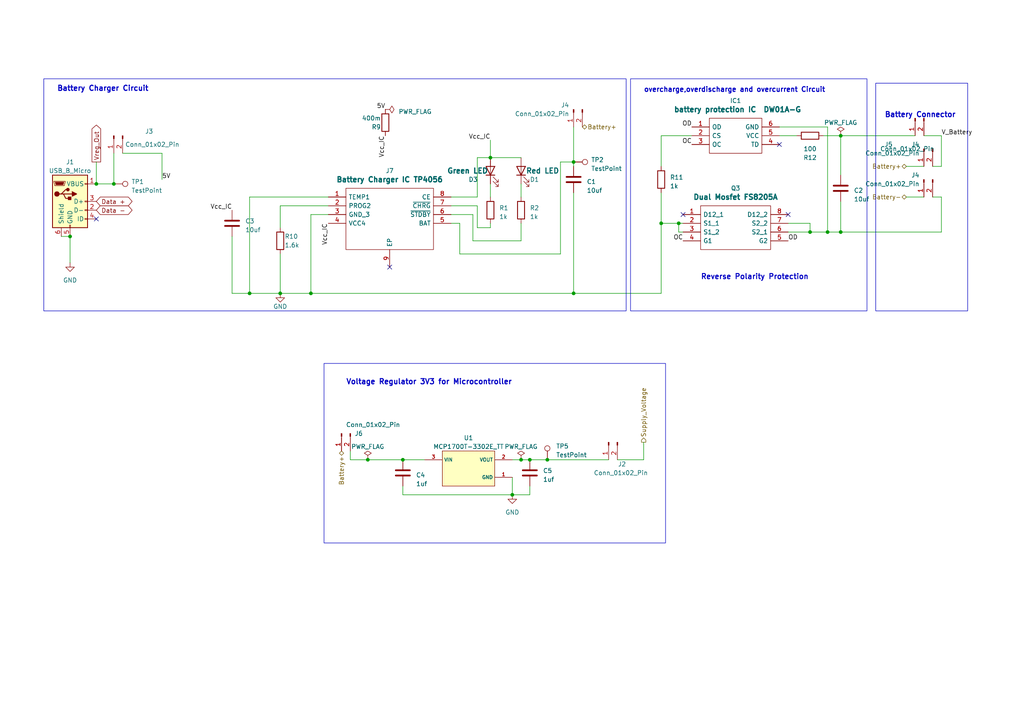
<source format=kicad_sch>
(kicad_sch (version 20230121) (generator eeschema)

  (uuid 1d3f5291-0447-4a85-affa-c96460b342cb)

  (paper "A4")

  (lib_symbols
    (symbol "Connector:Conn_01x02_Pin" (pin_names (offset 1.016) hide) (in_bom yes) (on_board yes)
      (property "Reference" "J" (at 0 2.54 0)
        (effects (font (size 1.27 1.27)))
      )
      (property "Value" "Conn_01x02_Pin" (at 0 -5.08 0)
        (effects (font (size 1.27 1.27)))
      )
      (property "Footprint" "" (at 0 0 0)
        (effects (font (size 1.27 1.27)) hide)
      )
      (property "Datasheet" "~" (at 0 0 0)
        (effects (font (size 1.27 1.27)) hide)
      )
      (property "ki_locked" "" (at 0 0 0)
        (effects (font (size 1.27 1.27)))
      )
      (property "ki_keywords" "connector" (at 0 0 0)
        (effects (font (size 1.27 1.27)) hide)
      )
      (property "ki_description" "Generic connector, single row, 01x02, script generated" (at 0 0 0)
        (effects (font (size 1.27 1.27)) hide)
      )
      (property "ki_fp_filters" "Connector*:*_1x??_*" (at 0 0 0)
        (effects (font (size 1.27 1.27)) hide)
      )
      (symbol "Conn_01x02_Pin_1_1"
        (polyline
          (pts
            (xy 1.27 -2.54)
            (xy 0.8636 -2.54)
          )
          (stroke (width 0.1524) (type default))
          (fill (type none))
        )
        (polyline
          (pts
            (xy 1.27 0)
            (xy 0.8636 0)
          )
          (stroke (width 0.1524) (type default))
          (fill (type none))
        )
        (rectangle (start 0.8636 -2.413) (end 0 -2.667)
          (stroke (width 0.1524) (type default))
          (fill (type outline))
        )
        (rectangle (start 0.8636 0.127) (end 0 -0.127)
          (stroke (width 0.1524) (type default))
          (fill (type outline))
        )
        (pin passive line (at 5.08 0 180) (length 3.81)
          (name "Pin_1" (effects (font (size 1.27 1.27))))
          (number "1" (effects (font (size 1.27 1.27))))
        )
        (pin passive line (at 5.08 -2.54 180) (length 3.81)
          (name "Pin_2" (effects (font (size 1.27 1.27))))
          (number "2" (effects (font (size 1.27 1.27))))
        )
      )
    )
    (symbol "Connector:TestPoint" (pin_numbers hide) (pin_names (offset 0.762) hide) (in_bom yes) (on_board yes)
      (property "Reference" "TP" (at 0 6.858 0)
        (effects (font (size 1.27 1.27)))
      )
      (property "Value" "TestPoint" (at 0 5.08 0)
        (effects (font (size 1.27 1.27)))
      )
      (property "Footprint" "" (at 5.08 0 0)
        (effects (font (size 1.27 1.27)) hide)
      )
      (property "Datasheet" "~" (at 5.08 0 0)
        (effects (font (size 1.27 1.27)) hide)
      )
      (property "ki_keywords" "test point tp" (at 0 0 0)
        (effects (font (size 1.27 1.27)) hide)
      )
      (property "ki_description" "test point" (at 0 0 0)
        (effects (font (size 1.27 1.27)) hide)
      )
      (property "ki_fp_filters" "Pin* Test*" (at 0 0 0)
        (effects (font (size 1.27 1.27)) hide)
      )
      (symbol "TestPoint_0_1"
        (circle (center 0 3.302) (radius 0.762)
          (stroke (width 0) (type default))
          (fill (type none))
        )
      )
      (symbol "TestPoint_1_1"
        (pin passive line (at 0 0 90) (length 2.54)
          (name "1" (effects (font (size 1.27 1.27))))
          (number "1" (effects (font (size 1.27 1.27))))
        )
      )
    )
    (symbol "Connector:USB_B_Micro" (pin_names (offset 1.016)) (in_bom yes) (on_board yes)
      (property "Reference" "J" (at -5.08 11.43 0)
        (effects (font (size 1.27 1.27)) (justify left))
      )
      (property "Value" "USB_B_Micro" (at -5.08 8.89 0)
        (effects (font (size 1.27 1.27)) (justify left))
      )
      (property "Footprint" "" (at 3.81 -1.27 0)
        (effects (font (size 1.27 1.27)) hide)
      )
      (property "Datasheet" "~" (at 3.81 -1.27 0)
        (effects (font (size 1.27 1.27)) hide)
      )
      (property "ki_keywords" "connector USB micro" (at 0 0 0)
        (effects (font (size 1.27 1.27)) hide)
      )
      (property "ki_description" "USB Micro Type B connector" (at 0 0 0)
        (effects (font (size 1.27 1.27)) hide)
      )
      (property "ki_fp_filters" "USB*" (at 0 0 0)
        (effects (font (size 1.27 1.27)) hide)
      )
      (symbol "USB_B_Micro_0_1"
        (rectangle (start -5.08 -7.62) (end 5.08 7.62)
          (stroke (width 0.254) (type default))
          (fill (type background))
        )
        (circle (center -3.81 2.159) (radius 0.635)
          (stroke (width 0.254) (type default))
          (fill (type outline))
        )
        (circle (center -0.635 3.429) (radius 0.381)
          (stroke (width 0.254) (type default))
          (fill (type outline))
        )
        (rectangle (start -0.127 -7.62) (end 0.127 -6.858)
          (stroke (width 0) (type default))
          (fill (type none))
        )
        (polyline
          (pts
            (xy -1.905 2.159)
            (xy 0.635 2.159)
          )
          (stroke (width 0.254) (type default))
          (fill (type none))
        )
        (polyline
          (pts
            (xy -3.175 2.159)
            (xy -2.54 2.159)
            (xy -1.27 3.429)
            (xy -0.635 3.429)
          )
          (stroke (width 0.254) (type default))
          (fill (type none))
        )
        (polyline
          (pts
            (xy -2.54 2.159)
            (xy -1.905 2.159)
            (xy -1.27 0.889)
            (xy 0 0.889)
          )
          (stroke (width 0.254) (type default))
          (fill (type none))
        )
        (polyline
          (pts
            (xy 0.635 2.794)
            (xy 0.635 1.524)
            (xy 1.905 2.159)
            (xy 0.635 2.794)
          )
          (stroke (width 0.254) (type default))
          (fill (type outline))
        )
        (polyline
          (pts
            (xy -4.318 5.588)
            (xy -1.778 5.588)
            (xy -2.032 4.826)
            (xy -4.064 4.826)
            (xy -4.318 5.588)
          )
          (stroke (width 0) (type default))
          (fill (type outline))
        )
        (polyline
          (pts
            (xy -4.699 5.842)
            (xy -4.699 5.588)
            (xy -4.445 4.826)
            (xy -4.445 4.572)
            (xy -1.651 4.572)
            (xy -1.651 4.826)
            (xy -1.397 5.588)
            (xy -1.397 5.842)
            (xy -4.699 5.842)
          )
          (stroke (width 0) (type default))
          (fill (type none))
        )
        (rectangle (start 0.254 1.27) (end -0.508 0.508)
          (stroke (width 0.254) (type default))
          (fill (type outline))
        )
        (rectangle (start 5.08 -5.207) (end 4.318 -4.953)
          (stroke (width 0) (type default))
          (fill (type none))
        )
        (rectangle (start 5.08 -2.667) (end 4.318 -2.413)
          (stroke (width 0) (type default))
          (fill (type none))
        )
        (rectangle (start 5.08 -0.127) (end 4.318 0.127)
          (stroke (width 0) (type default))
          (fill (type none))
        )
        (rectangle (start 5.08 4.953) (end 4.318 5.207)
          (stroke (width 0) (type default))
          (fill (type none))
        )
      )
      (symbol "USB_B_Micro_1_1"
        (pin power_out line (at 7.62 5.08 180) (length 2.54)
          (name "VBUS" (effects (font (size 1.27 1.27))))
          (number "1" (effects (font (size 1.27 1.27))))
        )
        (pin bidirectional line (at 7.62 -2.54 180) (length 2.54)
          (name "D-" (effects (font (size 1.27 1.27))))
          (number "2" (effects (font (size 1.27 1.27))))
        )
        (pin bidirectional line (at 7.62 0 180) (length 2.54)
          (name "D+" (effects (font (size 1.27 1.27))))
          (number "3" (effects (font (size 1.27 1.27))))
        )
        (pin passive line (at 7.62 -5.08 180) (length 2.54)
          (name "ID" (effects (font (size 1.27 1.27))))
          (number "4" (effects (font (size 1.27 1.27))))
        )
        (pin power_out line (at 0 -10.16 90) (length 2.54)
          (name "GND" (effects (font (size 1.27 1.27))))
          (number "5" (effects (font (size 1.27 1.27))))
        )
        (pin passive line (at -2.54 -10.16 90) (length 2.54)
          (name "Shield" (effects (font (size 1.27 1.27))))
          (number "6" (effects (font (size 1.27 1.27))))
        )
      )
    )
    (symbol "DW01A-G:DW01A-G" (pin_names (offset 0.762)) (in_bom yes) (on_board yes)
      (property "Reference" "IC" (at 21.59 7.62 0)
        (effects (font (size 1.27 1.27)) (justify left))
      )
      (property "Value" "DW01A-G" (at 21.59 5.08 0)
        (effects (font (size 1.27 1.27)) (justify left))
      )
      (property "Footprint" "SOT95P280X135-6N" (at 21.59 2.54 0)
        (effects (font (size 1.27 1.27)) (justify left) hide)
      )
      (property "Datasheet" "http://acoptex.com/uploads/DW01A.pdf" (at 21.59 0 0)
        (effects (font (size 1.27 1.27)) (justify left) hide)
      )
      (property "Description" "One Cell Lithium-ion/Polymer Battery Protection IC" (at 21.59 -2.54 0)
        (effects (font (size 1.27 1.27)) (justify left) hide)
      )
      (property "Height" "1.35" (at 21.59 -5.08 0)
        (effects (font (size 1.27 1.27)) (justify left) hide)
      )
      (property "Manufacturer_Name" "Fortune Semiconductor Corporation" (at 21.59 -7.62 0)
        (effects (font (size 1.27 1.27)) (justify left) hide)
      )
      (property "Manufacturer_Part_Number" "DW01A-G" (at 21.59 -10.16 0)
        (effects (font (size 1.27 1.27)) (justify left) hide)
      )
      (property "Mouser Part Number" "" (at 21.59 -12.7 0)
        (effects (font (size 1.27 1.27)) (justify left) hide)
      )
      (property "Mouser Price/Stock" "" (at 21.59 -15.24 0)
        (effects (font (size 1.27 1.27)) (justify left) hide)
      )
      (property "Arrow Part Number" "" (at 21.59 -17.78 0)
        (effects (font (size 1.27 1.27)) (justify left) hide)
      )
      (property "Arrow Price/Stock" "" (at 21.59 -20.32 0)
        (effects (font (size 1.27 1.27)) (justify left) hide)
      )
      (property "ki_description" "One Cell Lithium-ion/Polymer Battery Protection IC" (at 0 0 0)
        (effects (font (size 1.27 1.27)) hide)
      )
      (symbol "DW01A-G_0_0"
        (pin passive line (at 0 0 0) (length 5.08)
          (name "OD" (effects (font (size 1.27 1.27))))
          (number "1" (effects (font (size 1.27 1.27))))
        )
        (pin passive line (at 0 -2.54 0) (length 5.08)
          (name "CS" (effects (font (size 1.27 1.27))))
          (number "2" (effects (font (size 1.27 1.27))))
        )
        (pin passive line (at 0 -5.08 0) (length 5.08)
          (name "OC" (effects (font (size 1.27 1.27))))
          (number "3" (effects (font (size 1.27 1.27))))
        )
        (pin passive line (at 25.4 -5.08 180) (length 5.08)
          (name "TD" (effects (font (size 1.27 1.27))))
          (number "4" (effects (font (size 1.27 1.27))))
        )
        (pin passive line (at 25.4 -2.54 180) (length 5.08)
          (name "VCC" (effects (font (size 1.27 1.27))))
          (number "5" (effects (font (size 1.27 1.27))))
        )
        (pin passive line (at 25.4 0 180) (length 5.08)
          (name "GND" (effects (font (size 1.27 1.27))))
          (number "6" (effects (font (size 1.27 1.27))))
        )
      )
      (symbol "DW01A-G_0_1"
        (polyline
          (pts
            (xy 5.08 2.54)
            (xy 20.32 2.54)
            (xy 20.32 -7.62)
            (xy 5.08 -7.62)
            (xy 5.08 2.54)
          )
          (stroke (width 0.1524) (type solid))
          (fill (type none))
        )
      )
    )
    (symbol "Device:C" (pin_numbers hide) (pin_names (offset 0.254)) (in_bom yes) (on_board yes)
      (property "Reference" "C" (at 0.635 2.54 0)
        (effects (font (size 1.27 1.27)) (justify left))
      )
      (property "Value" "C" (at 0.635 -2.54 0)
        (effects (font (size 1.27 1.27)) (justify left))
      )
      (property "Footprint" "" (at 0.9652 -3.81 0)
        (effects (font (size 1.27 1.27)) hide)
      )
      (property "Datasheet" "~" (at 0 0 0)
        (effects (font (size 1.27 1.27)) hide)
      )
      (property "ki_keywords" "cap capacitor" (at 0 0 0)
        (effects (font (size 1.27 1.27)) hide)
      )
      (property "ki_description" "Unpolarized capacitor" (at 0 0 0)
        (effects (font (size 1.27 1.27)) hide)
      )
      (property "ki_fp_filters" "C_*" (at 0 0 0)
        (effects (font (size 1.27 1.27)) hide)
      )
      (symbol "C_0_1"
        (polyline
          (pts
            (xy -2.032 -0.762)
            (xy 2.032 -0.762)
          )
          (stroke (width 0.508) (type default))
          (fill (type none))
        )
        (polyline
          (pts
            (xy -2.032 0.762)
            (xy 2.032 0.762)
          )
          (stroke (width 0.508) (type default))
          (fill (type none))
        )
      )
      (symbol "C_1_1"
        (pin passive line (at 0 3.81 270) (length 2.794)
          (name "~" (effects (font (size 1.27 1.27))))
          (number "1" (effects (font (size 1.27 1.27))))
        )
        (pin passive line (at 0 -3.81 90) (length 2.794)
          (name "~" (effects (font (size 1.27 1.27))))
          (number "2" (effects (font (size 1.27 1.27))))
        )
      )
    )
    (symbol "Device:LED" (pin_numbers hide) (pin_names (offset 1.016) hide) (in_bom yes) (on_board yes)
      (property "Reference" "D" (at 0 2.54 0)
        (effects (font (size 1.27 1.27)))
      )
      (property "Value" "LED" (at 0 -2.54 0)
        (effects (font (size 1.27 1.27)))
      )
      (property "Footprint" "" (at 0 0 0)
        (effects (font (size 1.27 1.27)) hide)
      )
      (property "Datasheet" "~" (at 0 0 0)
        (effects (font (size 1.27 1.27)) hide)
      )
      (property "ki_keywords" "LED diode" (at 0 0 0)
        (effects (font (size 1.27 1.27)) hide)
      )
      (property "ki_description" "Light emitting diode" (at 0 0 0)
        (effects (font (size 1.27 1.27)) hide)
      )
      (property "ki_fp_filters" "LED* LED_SMD:* LED_THT:*" (at 0 0 0)
        (effects (font (size 1.27 1.27)) hide)
      )
      (symbol "LED_0_1"
        (polyline
          (pts
            (xy -1.27 -1.27)
            (xy -1.27 1.27)
          )
          (stroke (width 0.254) (type default))
          (fill (type none))
        )
        (polyline
          (pts
            (xy -1.27 0)
            (xy 1.27 0)
          )
          (stroke (width 0) (type default))
          (fill (type none))
        )
        (polyline
          (pts
            (xy 1.27 -1.27)
            (xy 1.27 1.27)
            (xy -1.27 0)
            (xy 1.27 -1.27)
          )
          (stroke (width 0.254) (type default))
          (fill (type none))
        )
        (polyline
          (pts
            (xy -3.048 -0.762)
            (xy -4.572 -2.286)
            (xy -3.81 -2.286)
            (xy -4.572 -2.286)
            (xy -4.572 -1.524)
          )
          (stroke (width 0) (type default))
          (fill (type none))
        )
        (polyline
          (pts
            (xy -1.778 -0.762)
            (xy -3.302 -2.286)
            (xy -2.54 -2.286)
            (xy -3.302 -2.286)
            (xy -3.302 -1.524)
          )
          (stroke (width 0) (type default))
          (fill (type none))
        )
      )
      (symbol "LED_1_1"
        (pin passive line (at -3.81 0 0) (length 2.54)
          (name "K" (effects (font (size 1.27 1.27))))
          (number "1" (effects (font (size 1.27 1.27))))
        )
        (pin passive line (at 3.81 0 180) (length 2.54)
          (name "A" (effects (font (size 1.27 1.27))))
          (number "2" (effects (font (size 1.27 1.27))))
        )
      )
    )
    (symbol "Device:R" (pin_numbers hide) (pin_names (offset 0)) (in_bom yes) (on_board yes)
      (property "Reference" "R" (at 2.032 0 90)
        (effects (font (size 1.27 1.27)))
      )
      (property "Value" "R" (at 0 0 90)
        (effects (font (size 1.27 1.27)))
      )
      (property "Footprint" "" (at -1.778 0 90)
        (effects (font (size 1.27 1.27)) hide)
      )
      (property "Datasheet" "~" (at 0 0 0)
        (effects (font (size 1.27 1.27)) hide)
      )
      (property "ki_keywords" "R res resistor" (at 0 0 0)
        (effects (font (size 1.27 1.27)) hide)
      )
      (property "ki_description" "Resistor" (at 0 0 0)
        (effects (font (size 1.27 1.27)) hide)
      )
      (property "ki_fp_filters" "R_*" (at 0 0 0)
        (effects (font (size 1.27 1.27)) hide)
      )
      (symbol "R_0_1"
        (rectangle (start -1.016 -2.54) (end 1.016 2.54)
          (stroke (width 0.254) (type default))
          (fill (type none))
        )
      )
      (symbol "R_1_1"
        (pin passive line (at 0 3.81 270) (length 1.27)
          (name "~" (effects (font (size 1.27 1.27))))
          (number "1" (effects (font (size 1.27 1.27))))
        )
        (pin passive line (at 0 -3.81 90) (length 1.27)
          (name "~" (effects (font (size 1.27 1.27))))
          (number "2" (effects (font (size 1.27 1.27))))
        )
      )
    )
    (symbol "FS8205A:FS8205A" (pin_names (offset 0.762)) (in_bom yes) (on_board yes)
      (property "Reference" "Q" (at 26.67 7.62 0)
        (effects (font (size 1.27 1.27)) (justify left))
      )
      (property "Value" "FS8205A" (at 26.67 5.08 0)
        (effects (font (size 1.27 1.27)) (justify left))
      )
      (property "Footprint" "SOP65P640X120-8N" (at 26.67 2.54 0)
        (effects (font (size 1.27 1.27)) (justify left) hide)
      )
      (property "Datasheet" "http://www.ic-fortune.com/upload/Download/FS8205A-DS-12_EN.pdf" (at 26.67 0 0)
        (effects (font (size 1.27 1.27)) (justify left) hide)
      )
      (property "Description" "Dual N-Channel Enahncement Mode Power MOSFET" (at 26.67 -2.54 0)
        (effects (font (size 1.27 1.27)) (justify left) hide)
      )
      (property "Height" "1.2" (at 26.67 -5.08 0)
        (effects (font (size 1.27 1.27)) (justify left) hide)
      )
      (property "Manufacturer_Name" "fortune" (at 26.67 -7.62 0)
        (effects (font (size 1.27 1.27)) (justify left) hide)
      )
      (property "Manufacturer_Part_Number" "FS8205A" (at 26.67 -10.16 0)
        (effects (font (size 1.27 1.27)) (justify left) hide)
      )
      (property "Mouser Part Number" "" (at 26.67 -12.7 0)
        (effects (font (size 1.27 1.27)) (justify left) hide)
      )
      (property "Mouser Price/Stock" "" (at 26.67 -15.24 0)
        (effects (font (size 1.27 1.27)) (justify left) hide)
      )
      (property "Arrow Part Number" "" (at 26.67 -17.78 0)
        (effects (font (size 1.27 1.27)) (justify left) hide)
      )
      (property "Arrow Price/Stock" "" (at 26.67 -20.32 0)
        (effects (font (size 1.27 1.27)) (justify left) hide)
      )
      (property "ki_description" "Dual N-Channel Enahncement Mode Power MOSFET" (at 0 0 0)
        (effects (font (size 1.27 1.27)) hide)
      )
      (symbol "FS8205A_0_0"
        (pin passive line (at 0 0 0) (length 5.08)
          (name "D12_1" (effects (font (size 1.27 1.27))))
          (number "1" (effects (font (size 1.27 1.27))))
        )
        (pin passive line (at 0 -2.54 0) (length 5.08)
          (name "S1_1" (effects (font (size 1.27 1.27))))
          (number "2" (effects (font (size 1.27 1.27))))
        )
        (pin passive line (at 0 -5.08 0) (length 5.08)
          (name "S1_2" (effects (font (size 1.27 1.27))))
          (number "3" (effects (font (size 1.27 1.27))))
        )
        (pin passive line (at 0 -7.62 0) (length 5.08)
          (name "G1" (effects (font (size 1.27 1.27))))
          (number "4" (effects (font (size 1.27 1.27))))
        )
        (pin passive line (at 30.48 -7.62 180) (length 5.08)
          (name "G2" (effects (font (size 1.27 1.27))))
          (number "5" (effects (font (size 1.27 1.27))))
        )
        (pin passive line (at 30.48 -5.08 180) (length 5.08)
          (name "S2_1" (effects (font (size 1.27 1.27))))
          (number "6" (effects (font (size 1.27 1.27))))
        )
        (pin passive line (at 30.48 -2.54 180) (length 5.08)
          (name "S2_2" (effects (font (size 1.27 1.27))))
          (number "7" (effects (font (size 1.27 1.27))))
        )
        (pin passive line (at 30.48 0 180) (length 5.08)
          (name "D12_2" (effects (font (size 1.27 1.27))))
          (number "8" (effects (font (size 1.27 1.27))))
        )
      )
      (symbol "FS8205A_0_1"
        (polyline
          (pts
            (xy 5.08 2.54)
            (xy 25.4 2.54)
            (xy 25.4 -10.16)
            (xy 5.08 -10.16)
            (xy 5.08 2.54)
          )
          (stroke (width 0.1524) (type solid))
          (fill (type none))
        )
      )
    )
    (symbol "MCP1700T-3302E_TT:MCP1700T-3302E_TT" (in_bom yes) (on_board yes)
      (property "Reference" "U" (at 0 1.27 0)
        (effects (font (size 1.27 1.27)))
      )
      (property "Value" "MCP1700T-3302E_TT" (at 0 -2.54 0)
        (effects (font (size 1.27 1.27)))
      )
      (property "Footprint" "footprint:SOT-23-3_L2.9-W1.6-P1.90-LS2.8-BR" (at 0 -10.16 0)
        (effects (font (size 1.27 1.27) italic) hide)
      )
      (property "Datasheet" "https://item.szlcsc.com/14454.html" (at -2.286 0.127 0)
        (effects (font (size 1.27 1.27)) (justify left) hide)
      )
      (property "LCSC" "C39051" (at 0 0 0)
        (effects (font (size 1.27 1.27)) hide)
      )
      (property "ki_keywords" "C39051" (at 0 0 0)
        (effects (font (size 1.27 1.27)) hide)
      )
      (symbol "MCP1700T-3302E_TT_0_1"
        (rectangle (start -7.62 5.08) (end 7.62 -5.08)
          (stroke (width 0) (type default))
          (fill (type background))
        )
        (pin power_in line (at 12.7 -2.54 180) (length 5.08)
          (name "GND" (effects (font (size 1 1))))
          (number "1" (effects (font (size 1 1))))
        )
        (pin power_in line (at 12.7 2.54 180) (length 5.08)
          (name "VOUT" (effects (font (size 1 1))))
          (number "2" (effects (font (size 1 1))))
        )
        (pin power_in line (at -12.7 2.54 0) (length 5.08)
          (name "VIN" (effects (font (size 1 1))))
          (number "3" (effects (font (size 1 1))))
        )
      )
    )
    (symbol "TP4056_1" (pin_names (offset 0.762)) (in_bom yes) (on_board yes)
      (property "Reference" "J" (at 31.75 7.62 0)
        (effects (font (size 1.27 1.27)) (justify left))
      )
      (property "Value" "TP4056" (at 31.75 5.08 0)
        (effects (font (size 1.27 1.27)) (justify left))
      )
      (property "Footprint" "SOIC127P600X175-9N" (at 31.75 2.54 0)
        (effects (font (size 1.27 1.27)) (justify left) hide)
      )
      (property "Datasheet" "https://dlnmh9ip6v2uc.cloudfront.net/datasheets/Prototyping/TP4056.pdf" (at 31.75 0 0)
        (effects (font (size 1.27 1.27)) (justify left) hide)
      )
      (property "Description" "1A Standalone Linear Li-lon Battery Charger, SOP-8" (at 31.75 -2.54 0)
        (effects (font (size 1.27 1.27)) (justify left) hide)
      )
      (property "Height" "1.75" (at 31.75 -5.08 0)
        (effects (font (size 1.27 1.27)) (justify left) hide)
      )
      (property "Manufacturer_Name" "NanJing Top Power" (at 31.75 -7.62 0)
        (effects (font (size 1.27 1.27)) (justify left) hide)
      )
      (property "Manufacturer_Part_Number" "TP4056" (at 31.75 -10.16 0)
        (effects (font (size 1.27 1.27)) (justify left) hide)
      )
      (property "Mouser Part Number" "" (at 31.75 -12.7 0)
        (effects (font (size 1.27 1.27)) (justify left) hide)
      )
      (property "Mouser Price/Stock" "" (at 31.75 -15.24 0)
        (effects (font (size 1.27 1.27)) (justify left) hide)
      )
      (property "Arrow Part Number" "" (at 31.75 -17.78 0)
        (effects (font (size 1.27 1.27)) (justify left) hide)
      )
      (property "Arrow Price/Stock" "" (at 31.75 -20.32 0)
        (effects (font (size 1.27 1.27)) (justify left) hide)
      )
      (property "ki_description" "1A Standalone Linear Li-lon Battery Charger, SOP-8" (at 0 0 0)
        (effects (font (size 1.27 1.27)) hide)
      )
      (symbol "TP4056_1_0_0"
        (pin passive line (at 0 0 0) (length 5.08)
          (name "TEMP1" (effects (font (size 1.27 1.27))))
          (number "1" (effects (font (size 1.27 1.27))))
        )
        (pin passive line (at 0 -2.54 0) (length 5.08)
          (name "PROG2" (effects (font (size 1.27 1.27))))
          (number "2" (effects (font (size 1.27 1.27))))
        )
        (pin passive line (at 0 -5.08 0) (length 5.08)
          (name "GND_3" (effects (font (size 1.27 1.27))))
          (number "3" (effects (font (size 1.27 1.27))))
        )
        (pin passive line (at 0 -7.62 0) (length 5.08)
          (name "VCC4" (effects (font (size 1.27 1.27))))
          (number "4" (effects (font (size 1.27 1.27))))
        )
        (pin passive line (at 35.56 -7.62 180) (length 5.08)
          (name "BAT" (effects (font (size 1.27 1.27))))
          (number "5" (effects (font (size 1.27 1.27))))
        )
        (pin passive line (at 35.56 -5.08 180) (length 5.08)
          (name "~{STDBY}" (effects (font (size 1.27 1.27))))
          (number "6" (effects (font (size 1.27 1.27))))
        )
        (pin passive line (at 35.56 -2.54 180) (length 5.08)
          (name "~{CHRG}" (effects (font (size 1.27 1.27))))
          (number "7" (effects (font (size 1.27 1.27))))
        )
        (pin passive line (at 35.56 0 180) (length 5.08)
          (name "CE" (effects (font (size 1.27 1.27))))
          (number "8" (effects (font (size 1.27 1.27))))
        )
        (pin passive line (at 17.78 -20.32 90) (length 5.08)
          (name "EP" (effects (font (size 1.27 1.27))))
          (number "9" (effects (font (size 1.27 1.27))))
        )
      )
      (symbol "TP4056_1_0_1"
        (polyline
          (pts
            (xy 5.08 2.54)
            (xy 30.48 2.54)
            (xy 30.48 -15.24)
            (xy 5.08 -15.24)
            (xy 5.08 2.54)
          )
          (stroke (width 0.1524) (type solid))
          (fill (type none))
        )
      )
    )
    (symbol "power:GND" (power) (pin_names (offset 0)) (in_bom yes) (on_board yes)
      (property "Reference" "#PWR" (at 0 -6.35 0)
        (effects (font (size 1.27 1.27)) hide)
      )
      (property "Value" "GND" (at 0 -3.81 0)
        (effects (font (size 1.27 1.27)))
      )
      (property "Footprint" "" (at 0 0 0)
        (effects (font (size 1.27 1.27)) hide)
      )
      (property "Datasheet" "" (at 0 0 0)
        (effects (font (size 1.27 1.27)) hide)
      )
      (property "ki_keywords" "global power" (at 0 0 0)
        (effects (font (size 1.27 1.27)) hide)
      )
      (property "ki_description" "Power symbol creates a global label with name \"GND\" , ground" (at 0 0 0)
        (effects (font (size 1.27 1.27)) hide)
      )
      (symbol "GND_0_1"
        (polyline
          (pts
            (xy 0 0)
            (xy 0 -1.27)
            (xy 1.27 -1.27)
            (xy 0 -2.54)
            (xy -1.27 -1.27)
            (xy 0 -1.27)
          )
          (stroke (width 0) (type default))
          (fill (type none))
        )
      )
      (symbol "GND_1_1"
        (pin power_in line (at 0 0 270) (length 0) hide
          (name "GND" (effects (font (size 1.27 1.27))))
          (number "1" (effects (font (size 1.27 1.27))))
        )
      )
    )
    (symbol "power:PWR_FLAG" (power) (pin_numbers hide) (pin_names (offset 0) hide) (in_bom yes) (on_board yes)
      (property "Reference" "#FLG" (at 0 1.905 0)
        (effects (font (size 1.27 1.27)) hide)
      )
      (property "Value" "PWR_FLAG" (at 0 3.81 0)
        (effects (font (size 1.27 1.27)))
      )
      (property "Footprint" "" (at 0 0 0)
        (effects (font (size 1.27 1.27)) hide)
      )
      (property "Datasheet" "~" (at 0 0 0)
        (effects (font (size 1.27 1.27)) hide)
      )
      (property "ki_keywords" "flag power" (at 0 0 0)
        (effects (font (size 1.27 1.27)) hide)
      )
      (property "ki_description" "Special symbol for telling ERC where power comes from" (at 0 0 0)
        (effects (font (size 1.27 1.27)) hide)
      )
      (symbol "PWR_FLAG_0_0"
        (pin power_out line (at 0 0 90) (length 0)
          (name "pwr" (effects (font (size 1.27 1.27))))
          (number "1" (effects (font (size 1.27 1.27))))
        )
      )
      (symbol "PWR_FLAG_0_1"
        (polyline
          (pts
            (xy 0 0)
            (xy 0 1.27)
            (xy -1.016 1.905)
            (xy 0 2.54)
            (xy 1.016 1.905)
            (xy 0 1.27)
          )
          (stroke (width 0) (type default))
          (fill (type none))
        )
      )
    )
  )

  (junction (at 166.37 85.09) (diameter 0) (color 0 0 0 0)
    (uuid 04c7b793-6044-4d0c-b4ec-193ea6cdd409)
  )
  (junction (at 234.95 67.31) (diameter 0) (color 0 0 0 0)
    (uuid 0e42ef22-d442-40f5-9b72-2132246a29ae)
  )
  (junction (at 72.39 85.09) (diameter 0) (color 0 0 0 0)
    (uuid 1dae8ecd-000c-4284-b119-c715a56cde20)
  )
  (junction (at 153.67 133.35) (diameter 0) (color 0 0 0 0)
    (uuid 2103402d-198c-4cb2-a6cd-20becd1b34aa)
  )
  (junction (at 20.32 68.58) (diameter 0) (color 0 0 0 0)
    (uuid 28fbda7d-b2fd-40ad-87d2-7ae195dbbd0a)
  )
  (junction (at 158.75 133.35) (diameter 0) (color 0 0 0 0)
    (uuid 2971e9dd-69be-438e-ab1e-84668f9e3585)
  )
  (junction (at 243.84 39.37) (diameter 0) (color 0 0 0 0)
    (uuid 49050d1a-be6a-43c1-89d5-3f496e8d28f7)
  )
  (junction (at 33.02 53.34) (diameter 0) (color 0 0 0 0)
    (uuid 4a3bb547-c9eb-4173-aa6d-9eb448c41a7e)
  )
  (junction (at 81.28 85.09) (diameter 0) (color 0 0 0 0)
    (uuid 68457412-e7cb-4e31-8d0d-a86dfc252fb1)
  )
  (junction (at 166.37 46.99) (diameter 0) (color 0 0 0 0)
    (uuid 7ef12ce4-cd09-468f-a128-44d7ea492126)
  )
  (junction (at 191.77 64.77) (diameter 0) (color 0 0 0 0)
    (uuid 7f60528a-c773-4140-9ab1-3affccd45088)
  )
  (junction (at 148.59 143.51) (diameter 0) (color 0 0 0 0)
    (uuid 82b2c108-42ef-4632-97b3-55f17ece909a)
  )
  (junction (at 90.17 85.09) (diameter 0) (color 0 0 0 0)
    (uuid 86bccd73-ace6-4d75-88ee-5c58dca8c5cc)
  )
  (junction (at 116.84 133.35) (diameter 0) (color 0 0 0 0)
    (uuid 88288f48-27ee-4ad1-a10f-fe0552be9cc5)
  )
  (junction (at 27.94 53.34) (diameter 0) (color 0 0 0 0)
    (uuid a393ea2e-8990-4568-9cf7-fd45b8c98034)
  )
  (junction (at 142.24 45.72) (diameter 0) (color 0 0 0 0)
    (uuid b2e4c1c8-7b2b-49b9-8741-31b6410efd45)
  )
  (junction (at 151.13 133.35) (diameter 0) (color 0 0 0 0)
    (uuid c66033dd-4e12-42f8-b330-6e141d617909)
  )
  (junction (at 243.84 67.31) (diameter 0) (color 0 0 0 0)
    (uuid df93469e-5973-40db-b5ff-7d25d2f2761a)
  )
  (junction (at 196.85 64.77) (diameter 0) (color 0 0 0 0)
    (uuid e55378e9-af63-4754-94b3-347a2ae7293b)
  )
  (junction (at 240.03 67.31) (diameter 0) (color 0 0 0 0)
    (uuid f460e0ad-fb01-4132-aca7-8bf375fb47aa)
  )
  (junction (at 106.68 133.35) (diameter 0) (color 0 0 0 0)
    (uuid fbc2dfa3-bf6b-4e96-9772-9cb73d93cfb7)
  )

  (no_connect (at 113.03 77.47) (uuid 53b997dc-fe58-4fdf-9651-43e4c7df4268))
  (no_connect (at 228.6 62.23) (uuid a138e881-6c5b-4610-a82b-66bde5e1bb9a))
  (no_connect (at 226.06 41.91) (uuid a63e8d44-c521-4255-bb6d-0d7b502860e5))
  (no_connect (at 27.94 63.5) (uuid c1b1e7f5-a0ab-4c2b-a9d1-8a7e7612b360))
  (no_connect (at 198.12 62.23) (uuid f325f223-a737-4d05-af0d-1cfaa7aac9d9))

  (wire (pts (xy 243.84 39.37) (xy 243.84 50.8))
    (stroke (width 0) (type default))
    (uuid 0ccf5791-d96c-49ee-821f-10c89f86aecf)
  )
  (wire (pts (xy 196.85 64.77) (xy 198.12 64.77))
    (stroke (width 0) (type default))
    (uuid 13803644-8a55-452c-8a0c-e4848697534d)
  )
  (wire (pts (xy 153.67 140.97) (xy 153.67 143.51))
    (stroke (width 0) (type default))
    (uuid 165ace60-6aa6-4a82-89ca-ed6e51d89c54)
  )
  (wire (pts (xy 142.24 53.34) (xy 142.24 57.15))
    (stroke (width 0) (type default))
    (uuid 1e8115c5-ea6f-408d-9a04-beedcfc4fc1a)
  )
  (wire (pts (xy 148.59 133.35) (xy 151.13 133.35))
    (stroke (width 0) (type default))
    (uuid 1ed5020b-1e30-450c-8b98-0ed81cc2fe5d)
  )
  (wire (pts (xy 137.16 62.23) (xy 137.16 69.85))
    (stroke (width 0) (type default))
    (uuid 21193d2a-6815-4376-9b3d-45440785914b)
  )
  (wire (pts (xy 262.89 57.15) (xy 267.97 57.15))
    (stroke (width 0) (type default))
    (uuid 226d9fa9-4649-4be2-ba9c-7c29419be445)
  )
  (wire (pts (xy 234.95 67.31) (xy 240.03 67.31))
    (stroke (width 0) (type default))
    (uuid 228d8749-da36-4b2c-ae13-6e29036d0e0f)
  )
  (wire (pts (xy 138.43 66.04) (xy 142.24 66.04))
    (stroke (width 0) (type default))
    (uuid 281f3376-a3ca-4074-b65d-9d88a6823796)
  )
  (wire (pts (xy 228.6 64.77) (xy 234.95 64.77))
    (stroke (width 0) (type default))
    (uuid 2a1c842f-a8bc-43f6-bc25-30dd8e53b592)
  )
  (wire (pts (xy 133.35 64.77) (xy 133.35 73.66))
    (stroke (width 0) (type default))
    (uuid 2b31909b-93b1-415e-993a-5beb3a42f6ec)
  )
  (wire (pts (xy 106.68 133.35) (xy 116.84 133.35))
    (stroke (width 0) (type default))
    (uuid 2bcf1053-10e8-4930-a408-1bbc491541ef)
  )
  (wire (pts (xy 72.39 85.09) (xy 81.28 85.09))
    (stroke (width 0) (type default))
    (uuid 2d16881d-43c9-48ea-b3df-7b457faa13be)
  )
  (wire (pts (xy 142.24 64.77) (xy 142.24 66.04))
    (stroke (width 0) (type default))
    (uuid 2e3a07be-5f08-4440-b32c-13e08cb7d361)
  )
  (wire (pts (xy 138.43 57.15) (xy 138.43 45.72))
    (stroke (width 0) (type default))
    (uuid 30060be1-6702-4765-801d-e6249f359d71)
  )
  (wire (pts (xy 35.56 44.45) (xy 46.99 44.45))
    (stroke (width 0) (type default))
    (uuid 3441b103-d4b4-4a64-b217-342b48eef148)
  )
  (wire (pts (xy 101.6 130.81) (xy 101.6 133.35))
    (stroke (width 0) (type default))
    (uuid 38959a45-c6cb-47a3-8327-53c548e28ed5)
  )
  (wire (pts (xy 95.25 59.69) (xy 81.28 59.69))
    (stroke (width 0) (type default))
    (uuid 3a0e8276-3783-416f-b34d-150c027ee280)
  )
  (wire (pts (xy 142.24 45.72) (xy 151.13 45.72))
    (stroke (width 0) (type default))
    (uuid 3b834541-4da6-43bb-a6ea-b0724c28c749)
  )
  (wire (pts (xy 186.69 128.27) (xy 186.69 133.35))
    (stroke (width 0) (type default))
    (uuid 3eab356b-ccba-4cf9-821e-79cf5371aa34)
  )
  (wire (pts (xy 116.84 133.35) (xy 123.19 133.35))
    (stroke (width 0) (type default))
    (uuid 4611b5be-36dd-490e-8c04-44588b8a6e26)
  )
  (wire (pts (xy 95.25 62.23) (xy 90.17 62.23))
    (stroke (width 0) (type default))
    (uuid 47a5949e-540e-46dc-94e3-60bb31190c23)
  )
  (wire (pts (xy 240.03 36.83) (xy 240.03 67.31))
    (stroke (width 0) (type default))
    (uuid 4a8cfba2-8e54-4eba-8fa7-30685b191b93)
  )
  (wire (pts (xy 273.05 39.37) (xy 273.05 48.26))
    (stroke (width 0) (type default))
    (uuid 4b1473ed-aafd-4b1c-b35d-a03a5b70ccf8)
  )
  (wire (pts (xy 67.31 85.09) (xy 72.39 85.09))
    (stroke (width 0) (type default))
    (uuid 4c1b242e-da6a-4886-a94e-9251587c02b9)
  )
  (wire (pts (xy 179.07 133.35) (xy 186.69 133.35))
    (stroke (width 0) (type default))
    (uuid 4fd06b01-bafc-40cd-85ef-d575b277ee72)
  )
  (wire (pts (xy 191.77 64.77) (xy 196.85 64.77))
    (stroke (width 0) (type default))
    (uuid 50335319-c97b-4689-aec5-4b17d4216278)
  )
  (wire (pts (xy 17.78 68.58) (xy 20.32 68.58))
    (stroke (width 0) (type default))
    (uuid 5121cb99-b28e-431e-86b6-6d466688f9bc)
  )
  (wire (pts (xy 90.17 85.09) (xy 166.37 85.09))
    (stroke (width 0) (type default))
    (uuid 522f766b-bc0c-4466-a3fd-29becc952036)
  )
  (wire (pts (xy 81.28 73.66) (xy 81.28 85.09))
    (stroke (width 0) (type default))
    (uuid 5c7471de-34c7-4121-a872-e8df46ec35f1)
  )
  (wire (pts (xy 27.94 53.34) (xy 33.02 53.34))
    (stroke (width 0) (type default))
    (uuid 61b164d6-47a4-413f-8034-b36f86a364fe)
  )
  (wire (pts (xy 158.75 133.35) (xy 176.53 133.35))
    (stroke (width 0) (type default))
    (uuid 61ef17d6-302b-4f53-b520-d01a1340c62a)
  )
  (wire (pts (xy 133.35 73.66) (xy 162.56 73.66))
    (stroke (width 0) (type default))
    (uuid 6896c815-53a8-4515-a627-5b1f54134960)
  )
  (wire (pts (xy 166.37 85.09) (xy 191.77 85.09))
    (stroke (width 0) (type default))
    (uuid 69b54e73-7518-4aa7-90c3-c71566d03f22)
  )
  (wire (pts (xy 90.17 62.23) (xy 90.17 85.09))
    (stroke (width 0) (type default))
    (uuid 6afcaa55-1da9-42da-ae51-16da82c9515a)
  )
  (wire (pts (xy 191.77 39.37) (xy 191.77 48.26))
    (stroke (width 0) (type default))
    (uuid 6e7414e9-3423-45cf-ac9c-35a86bd048d7)
  )
  (wire (pts (xy 130.81 57.15) (xy 138.43 57.15))
    (stroke (width 0) (type default))
    (uuid 6e9a8dc4-856e-4174-8d69-4b45b66db995)
  )
  (wire (pts (xy 243.84 67.31) (xy 273.05 67.31))
    (stroke (width 0) (type default))
    (uuid 70b65125-e6d9-4a1d-a718-dbea6b01d04d)
  )
  (wire (pts (xy 46.99 44.45) (xy 46.99 52.07))
    (stroke (width 0) (type default))
    (uuid 71647cc3-0d59-490b-9918-6ddb9a8f289a)
  )
  (wire (pts (xy 267.97 39.37) (xy 273.05 39.37))
    (stroke (width 0) (type default))
    (uuid 73873350-61c4-4572-bd32-fc6b9306617a)
  )
  (wire (pts (xy 162.56 46.99) (xy 166.37 46.99))
    (stroke (width 0) (type default))
    (uuid 76d67082-c990-4674-a84f-7d828a365c9c)
  )
  (wire (pts (xy 130.81 59.69) (xy 138.43 59.69))
    (stroke (width 0) (type default))
    (uuid 777930cf-1f2d-4af9-acde-ad2d27433374)
  )
  (wire (pts (xy 67.31 68.58) (xy 67.31 85.09))
    (stroke (width 0) (type default))
    (uuid 778318f3-db3e-43c5-b5c4-b42419bfb84c)
  )
  (wire (pts (xy 166.37 36.83) (xy 166.37 46.99))
    (stroke (width 0) (type default))
    (uuid 7b1d0b06-a7dc-4eb3-b028-05b1646813a4)
  )
  (wire (pts (xy 148.59 138.43) (xy 148.59 143.51))
    (stroke (width 0) (type default))
    (uuid 7c6addf7-abb9-411e-8862-b097fd1be87d)
  )
  (wire (pts (xy 238.76 39.37) (xy 243.84 39.37))
    (stroke (width 0) (type default))
    (uuid 8770d298-2602-4ac5-b51e-5d344d3c767b)
  )
  (wire (pts (xy 226.06 36.83) (xy 240.03 36.83))
    (stroke (width 0) (type default))
    (uuid 8a25830f-9bb3-4b1d-b4e7-5c562d8b0f97)
  )
  (wire (pts (xy 116.84 143.51) (xy 148.59 143.51))
    (stroke (width 0) (type default))
    (uuid 8ae30213-4841-4ab1-a597-617cab0dcadc)
  )
  (wire (pts (xy 234.95 64.77) (xy 234.95 67.31))
    (stroke (width 0) (type default))
    (uuid 91975e18-feba-42b6-a239-b483549c3f61)
  )
  (wire (pts (xy 33.02 44.45) (xy 33.02 53.34))
    (stroke (width 0) (type default))
    (uuid 94538089-ebcc-44e6-81a6-a1aa3563cae1)
  )
  (wire (pts (xy 142.24 40.64) (xy 142.24 45.72))
    (stroke (width 0) (type default))
    (uuid 964b78a2-3421-4bc1-8c4c-066a1fdfa673)
  )
  (wire (pts (xy 228.6 67.31) (xy 234.95 67.31))
    (stroke (width 0) (type default))
    (uuid 96bad968-5534-42e6-b914-ee5da0016a71)
  )
  (wire (pts (xy 138.43 59.69) (xy 138.43 66.04))
    (stroke (width 0) (type default))
    (uuid 9af6d777-ae13-4852-9db1-c0f137c13ed4)
  )
  (wire (pts (xy 200.66 39.37) (xy 191.77 39.37))
    (stroke (width 0) (type default))
    (uuid 9f5c6b9d-641e-49b0-a0dd-be71c71f9e67)
  )
  (wire (pts (xy 198.12 67.31) (xy 196.85 67.31))
    (stroke (width 0) (type default))
    (uuid 9f786695-1700-4ee8-8483-08cb29b98c2a)
  )
  (wire (pts (xy 243.84 58.42) (xy 243.84 67.31))
    (stroke (width 0) (type default))
    (uuid a26cac66-f141-4553-aab3-418728150066)
  )
  (wire (pts (xy 20.32 68.58) (xy 20.32 76.2))
    (stroke (width 0) (type default))
    (uuid a2e6dd97-a27e-4034-8721-cb39a44a2b1d)
  )
  (wire (pts (xy 166.37 55.88) (xy 166.37 85.09))
    (stroke (width 0) (type default))
    (uuid a33d6869-9978-4ee5-bcf3-415f02f64e96)
  )
  (wire (pts (xy 166.37 48.26) (xy 166.37 46.99))
    (stroke (width 0) (type default))
    (uuid a5810bc3-3fbd-425c-b8d7-0515b997b356)
  )
  (wire (pts (xy 81.28 59.69) (xy 81.28 66.04))
    (stroke (width 0) (type default))
    (uuid ad3d2b00-2ad5-4ca9-9f61-b9d1a2eb58ff)
  )
  (wire (pts (xy 130.81 64.77) (xy 133.35 64.77))
    (stroke (width 0) (type default))
    (uuid b039c4a3-5972-4f10-a6e7-45b831ee26e9)
  )
  (wire (pts (xy 196.85 64.77) (xy 196.85 67.31))
    (stroke (width 0) (type default))
    (uuid b5516bb1-c3fe-4a60-9839-fd5f05fb9561)
  )
  (wire (pts (xy 191.77 55.88) (xy 191.77 64.77))
    (stroke (width 0) (type default))
    (uuid bdae5e99-a83b-47fa-8120-2ad1553a9edc)
  )
  (wire (pts (xy 138.43 45.72) (xy 142.24 45.72))
    (stroke (width 0) (type default))
    (uuid c0536b7f-f868-4b71-9621-c8cc63cf8d9a)
  )
  (wire (pts (xy 273.05 57.15) (xy 273.05 67.31))
    (stroke (width 0) (type default))
    (uuid c1a35638-8dc2-45eb-a104-d359d3311c86)
  )
  (wire (pts (xy 27.94 46.99) (xy 27.94 53.34))
    (stroke (width 0) (type default))
    (uuid c4328fc1-ef18-4be1-87a5-6b9a3d13379f)
  )
  (wire (pts (xy 270.51 48.26) (xy 273.05 48.26))
    (stroke (width 0) (type default))
    (uuid c5566d3b-1b76-4ca5-9eeb-3cd09d503f4c)
  )
  (wire (pts (xy 81.28 85.09) (xy 90.17 85.09))
    (stroke (width 0) (type default))
    (uuid ca4b5c0d-1dad-4a2f-a6aa-47fdc9ed87b7)
  )
  (wire (pts (xy 243.84 39.37) (xy 265.43 39.37))
    (stroke (width 0) (type default))
    (uuid ca695a26-0b9e-4780-a39b-8a8d26b16d10)
  )
  (wire (pts (xy 151.13 133.35) (xy 153.67 133.35))
    (stroke (width 0) (type default))
    (uuid cd12520a-ca5c-40dd-b1c2-19d78c2dadd1)
  )
  (wire (pts (xy 270.51 57.15) (xy 273.05 57.15))
    (stroke (width 0) (type default))
    (uuid d1486b7c-442f-4ebc-ae6b-df26e526459b)
  )
  (wire (pts (xy 151.13 64.77) (xy 151.13 69.85))
    (stroke (width 0) (type default))
    (uuid d51dd007-f145-4e20-9d56-54ae24f4531d)
  )
  (wire (pts (xy 137.16 69.85) (xy 151.13 69.85))
    (stroke (width 0) (type default))
    (uuid df5de31c-21b0-49f7-8824-23da29b9f974)
  )
  (wire (pts (xy 191.77 64.77) (xy 191.77 85.09))
    (stroke (width 0) (type default))
    (uuid dfca0a41-0411-488d-8915-1b5723fe29ab)
  )
  (wire (pts (xy 101.6 133.35) (xy 106.68 133.35))
    (stroke (width 0) (type default))
    (uuid e218aa25-da2e-4813-9588-8225e64dd776)
  )
  (wire (pts (xy 95.25 57.15) (xy 72.39 57.15))
    (stroke (width 0) (type default))
    (uuid e4b5dbdd-734a-400e-8167-3ef476581226)
  )
  (wire (pts (xy 153.67 143.51) (xy 148.59 143.51))
    (stroke (width 0) (type default))
    (uuid e6e6e4dd-cf1a-44f1-bde7-fb1d5179a040)
  )
  (wire (pts (xy 116.84 140.97) (xy 116.84 143.51))
    (stroke (width 0) (type default))
    (uuid e98465d1-88f0-4b3f-87c7-445c652d6b0c)
  )
  (wire (pts (xy 130.81 62.23) (xy 137.16 62.23))
    (stroke (width 0) (type default))
    (uuid eb7d6bb6-fa81-418d-b7e1-18b1f95e5838)
  )
  (wire (pts (xy 226.06 39.37) (xy 231.14 39.37))
    (stroke (width 0) (type default))
    (uuid ed015eb0-f724-483c-9d4f-fe5dbcfc10ae)
  )
  (wire (pts (xy 151.13 53.34) (xy 151.13 57.15))
    (stroke (width 0) (type default))
    (uuid ee78164b-440a-4471-925c-f2ad8ba5c4dc)
  )
  (wire (pts (xy 162.56 73.66) (xy 162.56 46.99))
    (stroke (width 0) (type default))
    (uuid eef6cc8d-46b7-409e-bf92-86ffe8c0c4fe)
  )
  (wire (pts (xy 240.03 67.31) (xy 243.84 67.31))
    (stroke (width 0) (type default))
    (uuid ef5c6931-87d8-46d7-bd86-88a3481a570c)
  )
  (wire (pts (xy 72.39 57.15) (xy 72.39 85.09))
    (stroke (width 0) (type default))
    (uuid f77a5f19-2f06-40b1-b6e7-b58b76035504)
  )
  (wire (pts (xy 153.67 133.35) (xy 158.75 133.35))
    (stroke (width 0) (type default))
    (uuid ff3fba96-678a-44eb-9bc4-1e1f6be9d81b)
  )
  (wire (pts (xy 262.89 48.26) (xy 267.97 48.26))
    (stroke (width 0) (type default))
    (uuid ff56727e-fb74-4e11-ba6e-44cb94083f6b)
  )

  (rectangle (start 182.88 22.86) (end 251.46 90.17)
    (stroke (width 0) (type default))
    (fill (type none))
    (uuid 862c0d32-4d62-4dde-8064-960072fa62a6)
  )
  (rectangle (start 254 24.13) (end 280.67 90.17)
    (stroke (width 0) (type default))
    (fill (type none))
    (uuid 9d20b79f-446b-49c2-a3ac-656d318455af)
  )
  (rectangle (start 12.7 22.86) (end 181.61 90.17)
    (stroke (width 0) (type default))
    (fill (type none))
    (uuid c485b8a9-87c2-432c-a033-4c3a404c5311)
  )
  (rectangle (start 93.98 105.41) (end 193.04 157.48)
    (stroke (width 0) (type default))
    (fill (type none))
    (uuid cdcc57ec-c6dd-42e5-8077-61bd42539915)
  )

  (text "Battery Charger Circuit" (at 16.51 26.67 0)
    (effects (font (size 1.5 1.5) (thickness 0.3) bold) (justify left bottom))
    (uuid 12c80a44-2292-44b7-afc4-52efde154fef)
  )
  (text "overcharge,overdischarge and overcurrent Circuit\n \n"
    (at 186.69 29.21 0)
    (effects (font (size 1.4 1.4) (thickness 0.28) bold) (justify left bottom))
    (uuid 2db78a0e-46d7-4554-a4d9-a28e2770eb3a)
  )
  (text "Battery Connector" (at 256.54 34.29 0)
    (effects (font (size 1.5 1.5) (thickness 0.3) bold) (justify left bottom))
    (uuid 3400135f-a1a2-4d21-bef5-efe46580642f)
  )
  (text "Reverse Polarity Protection\n" (at 203.2 81.28 0)
    (effects (font (size 1.5 1.5) (thickness 0.28) bold) (justify left bottom))
    (uuid 5290e790-9d28-4c42-874d-788c95e0ed27)
  )
  (text "Voltage Regulator 3V3 for Microcontroller" (at 100.33 111.76 0)
    (effects (font (size 1.5 1.5) (thickness 0.3) bold) (justify left bottom))
    (uuid a03a05ea-aff4-4c2b-b96f-d397fa0c355a)
  )

  (label "Vcc_IC" (at 67.31 60.96 180) (fields_autoplaced)
    (effects (font (size 1.27 1.27)) (justify right bottom))
    (uuid 271261d8-ea7d-43b2-b94f-2394f7f5163f)
  )
  (label "OD" (at 228.6 69.85 0) (fields_autoplaced)
    (effects (font (size 1.27 1.27)) (justify left bottom))
    (uuid 394a267a-515d-4176-b143-85061a6ed0b6)
  )
  (label "OD" (at 200.66 36.83 180) (fields_autoplaced)
    (effects (font (size 1.27 1.27)) (justify right bottom))
    (uuid 46b3e198-cf41-4017-aa91-a8beab4e9b35)
  )
  (label "5V" (at 111.76 31.75 180) (fields_autoplaced)
    (effects (font (size 1.27 1.27)) (justify right bottom))
    (uuid 521d6924-c0d6-4ec1-b1af-71a00762c88a)
  )
  (label "5V" (at 46.99 52.07 0) (fields_autoplaced)
    (effects (font (size 1.27 1.27)) (justify left bottom))
    (uuid 53d2388e-b9ce-480e-86e4-319675885965)
  )
  (label "OC" (at 200.66 41.91 180) (fields_autoplaced)
    (effects (font (size 1.27 1.27)) (justify right bottom))
    (uuid 686cdef4-c4ac-4897-8160-4fed0b38d913)
  )
  (label "Vcc_IC" (at 111.76 39.37 270) (fields_autoplaced)
    (effects (font (size 1.27 1.27)) (justify right bottom))
    (uuid 695f1293-747a-4d33-8eb5-5f12624e9d74)
  )
  (label "Vcc_IC" (at 142.24 40.64 180) (fields_autoplaced)
    (effects (font (size 1.27 1.27)) (justify right bottom))
    (uuid 83f4b931-3458-43dd-8352-26c81894c425)
  )
  (label "Vcc_IC" (at 95.25 64.77 270) (fields_autoplaced)
    (effects (font (size 1.27 1.27)) (justify right bottom))
    (uuid 94d8c5f2-260d-4757-90a4-1647ff8f0123)
  )
  (label "V_Battery" (at 273.05 39.37 0) (fields_autoplaced)
    (effects (font (size 1.27 1.27)) (justify left bottom))
    (uuid ab5fbda1-1d04-4368-bdd9-0c08ea14bc3c)
  )
  (label "OC" (at 198.12 69.85 180) (fields_autoplaced)
    (effects (font (size 1.27 1.27)) (justify right bottom))
    (uuid bd379f5c-e156-48e1-8428-7d7c35d21bf0)
  )

  (global_label "Data -" (shape bidirectional) (at 27.94 60.96 0) (fields_autoplaced)
    (effects (font (size 1.27 1.27)) (justify left))
    (uuid 12991606-a1f6-4636-8945-6c120a94ceaf)
    (property "Intersheetrefs" "${INTERSHEET_REFS}" (at 38.5852 60.96 0)
      (effects (font (size 1.27 1.27)) (justify left) hide)
    )
  )
  (global_label "Data +" (shape bidirectional) (at 27.94 58.42 0) (fields_autoplaced)
    (effects (font (size 1.27 1.27)) (justify left))
    (uuid 40ab3d5a-8b1a-4bae-b77e-d3af6467a68c)
    (property "Intersheetrefs" "${INTERSHEET_REFS}" (at 38.5852 58.42 0)
      (effects (font (size 1.27 1.27)) (justify left) hide)
    )
  )
  (global_label "Vreg_Out" (shape output) (at 27.94 46.99 90) (fields_autoplaced)
    (effects (font (size 1.27 1.27)) (justify left))
    (uuid f9f06958-9b1f-4e6a-889c-0d75991520d1)
    (property "Intersheetrefs" "${INTERSHEET_REFS}" (at 27.94 35.799 90)
      (effects (font (size 1.27 1.27)) (justify left) hide)
    )
  )

  (hierarchical_label "Battery-" (shape bidirectional) (at 262.89 57.15 180) (fields_autoplaced)
    (effects (font (size 1.27 1.27)) (justify right))
    (uuid 3cb4b73e-fea2-48aa-80cf-891547e4e368)
  )
  (hierarchical_label "Battery+" (shape bidirectional) (at 262.89 48.26 180) (fields_autoplaced)
    (effects (font (size 1.27 1.27)) (justify right))
    (uuid 7a451eaf-ec32-43d1-a9e2-690d744fffd0)
  )
  (hierarchical_label "Battery+" (shape bidirectional) (at 99.06 130.81 270) (fields_autoplaced)
    (effects (font (size 1.27 1.27)) (justify right))
    (uuid 9f8880f4-b764-4f92-b5dd-ea3655256911)
  )
  (hierarchical_label "Supply_Voltage" (shape output) (at 186.69 128.27 90) (fields_autoplaced)
    (effects (font (size 1.27 1.27)) (justify left))
    (uuid afd32d4a-5b7e-4754-a9c6-9043a941f89a)
  )
  (hierarchical_label "Battery+" (shape bidirectional) (at 168.91 36.83 0) (fields_autoplaced)
    (effects (font (size 1.27 1.27)) (justify left))
    (uuid e87bce9e-c244-44d8-a783-ca3d37486a91)
  )

  (symbol (lib_id "Device:R") (at 234.95 39.37 90) (unit 1)
    (in_bom yes) (on_board yes) (dnp no)
    (uuid 15be61ab-8a34-4e1b-a228-ed845ad4ecdc)
    (property "Reference" "R12" (at 234.95 45.72 90)
      (effects (font (size 1.27 1.27)))
    )
    (property "Value" "100" (at 234.95 43.18 90)
      (effects (font (size 1.27 1.27)))
    )
    (property "Footprint" "Resistor_THT:R_Axial_DIN0207_L6.3mm_D2.5mm_P5.08mm_Vertical" (at 234.95 41.148 90)
      (effects (font (size 1.27 1.27)) hide)
    )
    (property "Datasheet" "~" (at 234.95 39.37 0)
      (effects (font (size 1.27 1.27)) hide)
    )
    (property "Prices" "$0.0005" (at 234.95 39.37 0)
      (effects (font (size 1.27 1.27)) hide)
    )
    (property "Suppliers" "JLCPCB Parts" (at 234.95 39.37 0)
      (effects (font (size 1.27 1.27)) hide)
    )
    (property "Description" "62.5mW 50V ±1% ±200ppm/℃ -55℃~+155℃ 1.1kΩ 0402 Chip Resistor - Surface Mount ROHS" (at 234.95 39.37 0)
      (effects (font (size 1.27 1.27)) hide)
    )
    (property "Manufacturer_Part_Number" "C286552" (at 234.95 39.37 0)
      (effects (font (size 1.27 1.27)) hide)
    )
    (pin "1" (uuid e8a1958c-19da-40de-b466-db2926562cc9))
    (pin "2" (uuid 0c6763da-dba4-4a74-83bd-7389684f8a61))
    (instances
      (project "power_module"
        (path "/1d3f5291-0447-4a85-affa-c96460b342cb"
          (reference "R12") (unit 1)
        )
      )
      (project "EEE3088F_Schematic"
        (path "/468ce978-c50a-43bd-b992-da428c4b03d8"
          (reference "R12") (unit 1)
        )
      )
      (project "overall scematic"
        (path "/9230863d-68c5-4e85-a5d4-0f54ecfbae5b/816cf8a9-a5fb-405c-ad63-48cc867f8579"
          (reference "R6") (unit 1)
        )
      )
    )
  )

  (symbol (lib_id "power:GND") (at 148.59 143.51 0) (unit 1)
    (in_bom yes) (on_board yes) (dnp no) (fields_autoplaced)
    (uuid 19e50eb2-eb35-412a-b32c-12363ac61af1)
    (property "Reference" "#PWR02" (at 148.59 149.86 0)
      (effects (font (size 1.27 1.27)) hide)
    )
    (property "Value" "GND" (at 148.59 148.59 0)
      (effects (font (size 1.27 1.27)))
    )
    (property "Footprint" "" (at 148.59 143.51 0)
      (effects (font (size 1.27 1.27)) hide)
    )
    (property "Datasheet" "" (at 148.59 143.51 0)
      (effects (font (size 1.27 1.27)) hide)
    )
    (pin "1" (uuid 002b559e-1aa5-4fa8-adc1-a59501c10098))
    (instances
      (project "power_module"
        (path "/1d3f5291-0447-4a85-affa-c96460b342cb"
          (reference "#PWR02") (unit 1)
        )
      )
      (project "EEE3088F_Schematic"
        (path "/468ce978-c50a-43bd-b992-da428c4b03d8"
          (reference "#PWR02") (unit 1)
        )
      )
      (project "overall scematic"
        (path "/9230863d-68c5-4e85-a5d4-0f54ecfbae5b/816cf8a9-a5fb-405c-ad63-48cc867f8579"
          (reference "#PWR04") (unit 1)
        )
      )
    )
  )

  (symbol (lib_id "power:PWR_FLAG") (at 151.13 133.35 0) (unit 1)
    (in_bom yes) (on_board yes) (dnp no) (fields_autoplaced)
    (uuid 1a5961dd-9999-4f24-b4b2-aab5aaf2dd14)
    (property "Reference" "#FLG01" (at 151.13 131.445 0)
      (effects (font (size 1.27 1.27)) hide)
    )
    (property "Value" "PWR_FLAG" (at 151.13 129.54 0)
      (effects (font (size 1.27 1.27)))
    )
    (property "Footprint" "" (at 151.13 133.35 0)
      (effects (font (size 1.27 1.27)) hide)
    )
    (property "Datasheet" "~" (at 151.13 133.35 0)
      (effects (font (size 1.27 1.27)) hide)
    )
    (pin "1" (uuid d02ed3fa-7f57-49d2-ab41-b1096dba094a))
    (instances
      (project "power_module"
        (path "/1d3f5291-0447-4a85-affa-c96460b342cb"
          (reference "#FLG01") (unit 1)
        )
      )
      (project "EEE3088F_Schematic"
        (path "/468ce978-c50a-43bd-b992-da428c4b03d8"
          (reference "#FLG01") (unit 1)
        )
      )
      (project "overall scematic"
        (path "/9230863d-68c5-4e85-a5d4-0f54ecfbae5b/816cf8a9-a5fb-405c-ad63-48cc867f8579"
          (reference "#FLG01") (unit 1)
        )
      )
    )
  )

  (symbol (lib_id "power:PWR_FLAG") (at 111.76 31.75 270) (unit 1)
    (in_bom yes) (on_board yes) (dnp no) (fields_autoplaced)
    (uuid 1aeb5adc-46dd-46df-b6fb-f610dc66eb62)
    (property "Reference" "#FLG02" (at 113.665 31.75 0)
      (effects (font (size 1.27 1.27)) hide)
    )
    (property "Value" "PWR_FLAG" (at 115.57 32.385 90)
      (effects (font (size 1.27 1.27)) (justify left))
    )
    (property "Footprint" "" (at 111.76 31.75 0)
      (effects (font (size 1.27 1.27)) hide)
    )
    (property "Datasheet" "~" (at 111.76 31.75 0)
      (effects (font (size 1.27 1.27)) hide)
    )
    (pin "1" (uuid 67f728f7-9e56-4eca-8c6d-babdbf375193))
    (instances
      (project "power_module"
        (path "/1d3f5291-0447-4a85-affa-c96460b342cb"
          (reference "#FLG02") (unit 1)
        )
      )
      (project "EEE3088F_Schematic"
        (path "/468ce978-c50a-43bd-b992-da428c4b03d8"
          (reference "#FLG02") (unit 1)
        )
      )
      (project "overall scematic"
        (path "/9230863d-68c5-4e85-a5d4-0f54ecfbae5b/816cf8a9-a5fb-405c-ad63-48cc867f8579"
          (reference "#FLG04") (unit 1)
        )
      )
    )
  )

  (symbol (lib_id "power:GND") (at 81.28 85.09 0) (unit 1)
    (in_bom yes) (on_board yes) (dnp no)
    (uuid 1e0499b8-54d3-4693-9019-39b86441e1e8)
    (property "Reference" "#PWR01" (at 81.28 91.44 0)
      (effects (font (size 1.27 1.27)) hide)
    )
    (property "Value" "GND" (at 81.28 88.9 0)
      (effects (font (size 1.27 1.27)))
    )
    (property "Footprint" "" (at 81.28 85.09 0)
      (effects (font (size 1.27 1.27)) hide)
    )
    (property "Datasheet" "" (at 81.28 85.09 0)
      (effects (font (size 1.27 1.27)) hide)
    )
    (pin "1" (uuid 739c1fc2-16b6-460b-94b7-496d73251d15))
    (instances
      (project "power_module"
        (path "/1d3f5291-0447-4a85-affa-c96460b342cb"
          (reference "#PWR01") (unit 1)
        )
      )
      (project "EEE3088F_Schematic"
        (path "/468ce978-c50a-43bd-b992-da428c4b03d8"
          (reference "#PWR01") (unit 1)
        )
      )
      (project "overall scematic"
        (path "/9230863d-68c5-4e85-a5d4-0f54ecfbae5b/816cf8a9-a5fb-405c-ad63-48cc867f8579"
          (reference "#PWR02") (unit 1)
        )
      )
    )
  )

  (symbol (lib_id "Connector:USB_B_Micro") (at 20.32 58.42 0) (unit 1)
    (in_bom yes) (on_board yes) (dnp no) (fields_autoplaced)
    (uuid 270f1a7a-4c51-437e-a0b0-3386e19fb328)
    (property "Reference" "J1" (at 20.32 46.99 0)
      (effects (font (size 1.27 1.27)))
    )
    (property "Value" "USB_B_Micro" (at 20.32 49.53 0)
      (effects (font (size 1.27 1.27)))
    )
    (property "Footprint" "Connector_USB:USB_Micro-B_Amphenol_10118194_Horizontal" (at 24.13 59.69 0)
      (effects (font (size 1.27 1.27)) hide)
    )
    (property "Datasheet" "~" (at 24.13 59.69 0)
      (effects (font (size 1.27 1.27)) hide)
    )
    (property "Prices" " $0.5924" (at 20.32 58.42 0)
      (effects (font (size 1.27 1.27)) hide)
    )
    (property "Suppliers" "JLCPCB Parts" (at 20.32 58.42 0)
      (effects (font (size 1.27 1.27)) hide)
    )
    (pin "1" (uuid 5daa7b6c-d536-419a-9d13-58b2d8e15485))
    (pin "2" (uuid 25ef0a4e-5900-4c13-977e-eed59e3edf46))
    (pin "3" (uuid 7c6c78a9-e728-4c84-985c-b1619e14e0e7))
    (pin "4" (uuid f27df128-e20e-413e-b487-9e9f1665353c))
    (pin "5" (uuid f8a69d45-bb3d-4a9c-b607-05886bc83768))
    (pin "6" (uuid 800144df-2d91-4c45-a682-723861b937a8))
    (instances
      (project "power_module"
        (path "/1d3f5291-0447-4a85-affa-c96460b342cb"
          (reference "J1") (unit 1)
        )
      )
      (project "EEE3088F_Schematic"
        (path "/468ce978-c50a-43bd-b992-da428c4b03d8"
          (reference "J1") (unit 1)
        )
      )
      (project "overall scematic"
        (path "/9230863d-68c5-4e85-a5d4-0f54ecfbae5b/816cf8a9-a5fb-405c-ad63-48cc867f8579"
          (reference "J1") (unit 1)
        )
      )
    )
  )

  (symbol (lib_id "Connector:Conn_01x02_Pin") (at 267.97 52.07 90) (mirror x) (unit 1)
    (in_bom yes) (on_board yes) (dnp no)
    (uuid 2b5feb35-f2b6-4b74-ba97-4874bc9c2501)
    (property "Reference" "J4" (at 266.7 50.8 90)
      (effects (font (size 1.27 1.27)) (justify left))
    )
    (property "Value" "Conn_01x02_Pin" (at 266.7 53.34 90)
      (effects (font (size 1.27 1.27)) (justify left))
    )
    (property "Footprint" "Connector_PinHeader_2.54mm:PinHeader_1x02_P2.54mm_Vertical" (at 267.97 52.07 0)
      (effects (font (size 1.27 1.27)) hide)
    )
    (property "Datasheet" "https://datasheet.lcsc.com/lcsc/2207291800_ZHOURI-2-54-1-2_C5116481.pdf" (at 267.97 52.07 0)
      (effects (font (size 1.27 1.27)) hide)
    )
    (property "Description" "Plugin,P=2.54mm Pin Headers ROHS" (at 267.97 52.07 0)
      (effects (font (size 1.27 1.27)) hide)
    )
    (property "Manufacturer_Part_Number" "C5116481" (at 267.97 52.07 0)
      (effects (font (size 1.27 1.27)) hide)
    )
    (property "Prices" "$0.0206" (at 267.97 52.07 0)
      (effects (font (size 1.27 1.27)) hide)
    )
    (property "Suppliers" "JLCPCB Parts" (at 267.97 52.07 0)
      (effects (font (size 1.27 1.27)) hide)
    )
    (pin "1" (uuid 1b5905b9-1793-47ea-8865-4f81a79876a8))
    (pin "2" (uuid 62fa5db4-f0de-44e9-9fdb-5e3e822a1f3b))
    (instances
      (project "power_module"
        (path "/1d3f5291-0447-4a85-affa-c96460b342cb"
          (reference "J4") (unit 1)
        )
      )
      (project "EEE3088F_Schematic"
        (path "/468ce978-c50a-43bd-b992-da428c4b03d8"
          (reference "J4") (unit 1)
        )
      )
      (project "overall scematic"
        (path "/9230863d-68c5-4e85-a5d4-0f54ecfbae5b/816cf8a9-a5fb-405c-ad63-48cc867f8579"
          (reference "J10") (unit 1)
        )
      )
    )
  )

  (symbol (lib_id "FS8205A:FS8205A") (at 198.12 62.23 0) (unit 1)
    (in_bom yes) (on_board yes) (dnp no) (fields_autoplaced)
    (uuid 2d6e253d-67ac-4052-b575-2f392a44ef21)
    (property "Reference" "Q3" (at 213.36 54.61 0)
      (effects (font (size 1.27 1.27)))
    )
    (property "Value" "Dual Mosfet FS8205A" (at 213.36 57.15 0)
      (effects (font (size 1.5 1.5) bold))
    )
    (property "Footprint" "BAT60JFILM:FB8205A" (at 224.79 59.69 0)
      (effects (font (size 1.27 1.27)) (justify left) hide)
    )
    (property "Datasheet" "http://www.ic-fortune.com/upload/Download/FS8205A-DS-12_EN.pdf" (at 224.79 62.23 0)
      (effects (font (size 1.27 1.27)) (justify left) hide)
    )
    (property "Description" "Dual N-Channel Enahncement Mode Power MOSFET" (at 224.79 64.77 0)
      (effects (font (size 1.27 1.27)) (justify left) hide)
    )
    (property "Height" "1.2" (at 224.79 67.31 0)
      (effects (font (size 1.27 1.27)) (justify left) hide)
    )
    (property "Manufacturer_Name" "fortune" (at 224.79 69.85 0)
      (effects (font (size 1.27 1.27)) (justify left) hide)
    )
    (property "Manufacturer_Part_Number" "FS8205A" (at 224.79 72.39 0)
      (effects (font (size 1.27 1.27)) (justify left) hide)
    )
    (property "Mouser Part Number" "" (at 224.79 74.93 0)
      (effects (font (size 1.27 1.27)) (justify left) hide)
    )
    (property "Mouser Price/Stock" "" (at 224.79 77.47 0)
      (effects (font (size 1.27 1.27)) (justify left) hide)
    )
    (property "Arrow Part Number" "" (at 224.79 80.01 0)
      (effects (font (size 1.27 1.27)) (justify left) hide)
    )
    (property "Arrow Price/Stock" "" (at 224.79 82.55 0)
      (effects (font (size 1.27 1.27)) (justify left) hide)
    )
    (pin "1" (uuid e025c6fb-aa56-4ca7-847f-0a17af6569e2))
    (pin "2" (uuid 6514628d-1683-4ff0-8482-6d4b030773fb))
    (pin "3" (uuid b06216e2-4919-4d94-bc3b-81292933d82e))
    (pin "4" (uuid 95f944a0-c61a-4ca1-970a-1ebb3d6b5fe8))
    (pin "5" (uuid 351ffb9d-4374-41eb-b11f-b7386dca8385))
    (pin "6" (uuid be511786-2382-4982-a3ff-68d26944e14c))
    (pin "7" (uuid eac63309-3c38-444b-93a0-c8e5fa4a0df0))
    (pin "8" (uuid 2f417e29-4b60-4a7e-9658-a8862dedc019))
    (instances
      (project "power_module"
        (path "/1d3f5291-0447-4a85-affa-c96460b342cb"
          (reference "Q3") (unit 1)
        )
      )
      (project "EEE3088F_Schematic"
        (path "/468ce978-c50a-43bd-b992-da428c4b03d8"
          (reference "Q3") (unit 1)
        )
      )
      (project "overall scematic"
        (path "/9230863d-68c5-4e85-a5d4-0f54ecfbae5b/816cf8a9-a5fb-405c-ad63-48cc867f8579"
          (reference "Q1") (unit 1)
        )
      )
    )
  )

  (symbol (lib_id "Connector:Conn_01x02_Pin") (at 33.02 39.37 90) (mirror x) (unit 1)
    (in_bom yes) (on_board yes) (dnp no)
    (uuid 3241449b-08e8-4487-af49-34ca1fae45b4)
    (property "Reference" "J3" (at 44.45 38.1 90)
      (effects (font (size 1.27 1.27)) (justify left))
    )
    (property "Value" "Conn_01x02_Pin" (at 52.07 41.91 90)
      (effects (font (size 1.27 1.27)) (justify left))
    )
    (property "Footprint" "Connector_PinHeader_2.54mm:PinHeader_1x02_P2.54mm_Vertical" (at 33.02 39.37 0)
      (effects (font (size 1.27 1.27)) hide)
    )
    (property "Datasheet" "https://datasheet.lcsc.com/lcsc/2207291800_ZHOURI-2-54-1-2_C5116481.pdf" (at 33.02 39.37 0)
      (effects (font (size 1.27 1.27)) hide)
    )
    (property "Description" "Plugin,P=2.54mm Pin Headers ROHS" (at 33.02 39.37 0)
      (effects (font (size 1.27 1.27)) hide)
    )
    (property "Manufacturer_Part_Number" "C5116481" (at 33.02 39.37 0)
      (effects (font (size 1.27 1.27)) hide)
    )
    (property "Prices" "$0.0206" (at 33.02 39.37 0)
      (effects (font (size 1.27 1.27)) hide)
    )
    (property "Suppliers" "JLCPCB Parts" (at 33.02 39.37 0)
      (effects (font (size 1.27 1.27)) hide)
    )
    (pin "1" (uuid 3a9b5c88-3a7f-4e61-afba-5c8044401da5))
    (pin "2" (uuid da082285-fac6-4049-8502-23679881ac7a))
    (instances
      (project "power_module"
        (path "/1d3f5291-0447-4a85-affa-c96460b342cb"
          (reference "J3") (unit 1)
        )
      )
      (project "EEE3088F_Schematic"
        (path "/468ce978-c50a-43bd-b992-da428c4b03d8"
          (reference "J3") (unit 1)
        )
      )
      (project "overall scematic"
        (path "/9230863d-68c5-4e85-a5d4-0f54ecfbae5b/816cf8a9-a5fb-405c-ad63-48cc867f8579"
          (reference "J2") (unit 1)
        )
      )
    )
  )

  (symbol (lib_id "Connector:TestPoint") (at 33.02 53.34 270) (unit 1)
    (in_bom yes) (on_board yes) (dnp no) (fields_autoplaced)
    (uuid 37729122-c9e2-4107-b765-d35601cc4c05)
    (property "Reference" "TP1" (at 38.1 52.705 90)
      (effects (font (size 1.27 1.27)) (justify left))
    )
    (property "Value" "TestPoint" (at 38.1 55.245 90)
      (effects (font (size 1.27 1.27)) (justify left))
    )
    (property "Footprint" "TestPoint:TestPoint_2Pads_Pitch2.54mm_Drill0.8mm" (at 33.02 58.42 0)
      (effects (font (size 1.27 1.27)) hide)
    )
    (property "Datasheet" "~" (at 33.02 58.42 0)
      (effects (font (size 1.27 1.27)) hide)
    )
    (pin "1" (uuid 978d5ce2-4e39-4019-839a-bd38655b2950))
    (instances
      (project "power_module"
        (path "/1d3f5291-0447-4a85-affa-c96460b342cb"
          (reference "TP1") (unit 1)
        )
      )
      (project "EEE3088F_Schematic"
        (path "/468ce978-c50a-43bd-b992-da428c4b03d8"
          (reference "TP1") (unit 1)
        )
      )
      (project "overall scematic"
        (path "/9230863d-68c5-4e85-a5d4-0f54ecfbae5b/816cf8a9-a5fb-405c-ad63-48cc867f8579"
          (reference "TP1") (unit 1)
        )
      )
    )
  )

  (symbol (lib_name "TP4056_1") (lib_id "TP4056:TP4056") (at 95.25 57.15 0) (unit 1)
    (in_bom yes) (on_board yes) (dnp no)
    (uuid 37c33bc0-3ada-4db5-91b6-d68dbc8d2e42)
    (property "Reference" "J7" (at 113.03 49.53 0)
      (effects (font (size 1.27 1.27)))
    )
    (property "Value" "Battery Charger IC TP4056" (at 113.03 52.07 0)
      (effects (font (size 1.5 1.5) bold))
    )
    (property "Footprint" "BAT60JFILM:TP4056" (at 127 54.61 0)
      (effects (font (size 1.27 1.27)) (justify left) hide)
    )
    (property "Datasheet" "https://dlnmh9ip6v2uc.cloudfront.net/datasheets/Prototyping/TP4056.pdf" (at 127 57.15 0)
      (effects (font (size 1.27 1.27)) (justify left) hide)
    )
    (property "Description" "1A Standalone Linear Li-lon Battery Charger, SOP-8" (at 127 59.69 0)
      (effects (font (size 1.27 1.27)) (justify left) hide)
    )
    (property "Height" "1.75" (at 127 62.23 0)
      (effects (font (size 1.27 1.27)) (justify left) hide)
    )
    (property "Manufacturer_Name" "NanJing Top Power" (at 127 64.77 0)
      (effects (font (size 1.27 1.27)) (justify left) hide)
    )
    (property "Manufacturer_Part_Number" "TP4056" (at 127 67.31 0)
      (effects (font (size 1.27 1.27)) (justify left) hide)
    )
    (property "Mouser Part Number" "" (at 127 69.85 0)
      (effects (font (size 1.27 1.27)) (justify left) hide)
    )
    (property "Mouser Price/Stock" "" (at 127 72.39 0)
      (effects (font (size 1.27 1.27)) (justify left) hide)
    )
    (property "Arrow Part Number" "" (at 127 74.93 0)
      (effects (font (size 1.27 1.27)) (justify left) hide)
    )
    (property "Arrow Price/Stock" "" (at 127 77.47 0)
      (effects (font (size 1.27 1.27)) (justify left) hide)
    )
    (pin "1" (uuid a3e2dcb0-bb83-41bb-9fd4-f4377051703f))
    (pin "2" (uuid 812ecd8b-f1ce-4038-9a72-194aca05eb6d))
    (pin "3" (uuid 1410b4cb-2ad8-4079-8597-88a1595563fa))
    (pin "4" (uuid ce39e9c1-df7d-4cfa-88bd-bff2fb48c9dd))
    (pin "5" (uuid 64cec78e-1b49-4f64-8d1c-98a52aa6e65f))
    (pin "6" (uuid b9b85225-9cb1-4b2b-a11f-970887183e7b))
    (pin "7" (uuid c6aaf8b8-a1dd-417e-9363-ae95bc03b235))
    (pin "8" (uuid 83d89ae3-4b63-4f34-898d-7de74ac81b06))
    (pin "9" (uuid d7eb14f6-cd25-43fd-8043-b26607d88235))
    (instances
      (project "power_module"
        (path "/1d3f5291-0447-4a85-affa-c96460b342cb"
          (reference "J7") (unit 1)
        )
      )
      (project "EEE3088F_Schematic"
        (path "/468ce978-c50a-43bd-b992-da428c4b03d8"
          (reference "J7") (unit 1)
        )
      )
      (project "overall scematic"
        (path "/9230863d-68c5-4e85-a5d4-0f54ecfbae5b/816cf8a9-a5fb-405c-ad63-48cc867f8579"
          (reference "J3") (unit 1)
        )
      )
    )
  )

  (symbol (lib_id "Connector:Conn_01x02_Pin") (at 99.06 125.73 90) (mirror x) (unit 1)
    (in_bom yes) (on_board yes) (dnp no)
    (uuid 38ca77bc-7073-4c5f-9a11-2868790cb1f3)
    (property "Reference" "J6" (at 102.87 125.73 90)
      (effects (font (size 1.27 1.27)) (justify right))
    )
    (property "Value" "Conn_01x02_Pin" (at 100.33 123.19 90)
      (effects (font (size 1.27 1.27)) (justify right))
    )
    (property "Footprint" "Connector_PinHeader_2.54mm:PinHeader_1x02_P2.54mm_Vertical" (at 99.06 125.73 0)
      (effects (font (size 1.27 1.27)) hide)
    )
    (property "Datasheet" "https://datasheet.lcsc.com/lcsc/2207291800_ZHOURI-2-54-1-2_C5116481.pdf" (at 99.06 125.73 0)
      (effects (font (size 1.27 1.27)) hide)
    )
    (property "Description" "Plugin,P=2.54mm Pin Headers ROHS" (at 99.06 125.73 0)
      (effects (font (size 1.27 1.27)) hide)
    )
    (property "Manufacturer_Part_Number" "C5116481" (at 99.06 125.73 0)
      (effects (font (size 1.27 1.27)) hide)
    )
    (property "Prices" "$0.0206" (at 99.06 125.73 0)
      (effects (font (size 1.27 1.27)) hide)
    )
    (property "Suppliers" "JLCPCB Parts" (at 99.06 125.73 0)
      (effects (font (size 1.27 1.27)) hide)
    )
    (pin "1" (uuid 99a88a9d-2f30-4e29-ac35-ee7f322bdd1d))
    (pin "2" (uuid bafe2e4d-2af1-468c-bc05-99782135f6d7))
    (instances
      (project "power_module"
        (path "/1d3f5291-0447-4a85-affa-c96460b342cb"
          (reference "J6") (unit 1)
        )
      )
      (project "EEE3088F_Schematic"
        (path "/468ce978-c50a-43bd-b992-da428c4b03d8"
          (reference "J6") (unit 1)
        )
      )
      (project "overall scematic"
        (path "/9230863d-68c5-4e85-a5d4-0f54ecfbae5b/816cf8a9-a5fb-405c-ad63-48cc867f8579"
          (reference "J4") (unit 1)
        )
      )
    )
  )

  (symbol (lib_id "Device:R") (at 151.13 60.96 0) (unit 1)
    (in_bom yes) (on_board yes) (dnp no) (fields_autoplaced)
    (uuid 3a8f855f-3336-4fe3-bcbf-6bf78425d3ae)
    (property "Reference" "R2" (at 153.67 60.325 0)
      (effects (font (size 1.27 1.27)) (justify left))
    )
    (property "Value" "1k" (at 153.67 62.865 0)
      (effects (font (size 1.27 1.27)) (justify left))
    )
    (property "Footprint" "Resistor_THT:R_Axial_DIN0207_L6.3mm_D2.5mm_P5.08mm_Vertical" (at 149.352 60.96 90)
      (effects (font (size 1.27 1.27)) hide)
    )
    (property "Datasheet" "~" (at 151.13 60.96 0)
      (effects (font (size 1.27 1.27)) hide)
    )
    (property "Prices" "$0.0005" (at 151.13 60.96 0)
      (effects (font (size 1.27 1.27)) hide)
    )
    (property "Suppliers" "JLCPCB Parts" (at 151.13 60.96 0)
      (effects (font (size 1.27 1.27)) hide)
    )
    (property "Description" "62.5mW 50V ±1% ±200ppm/℃ -55℃~+155℃ 1.1kΩ 0402 Chip Resistor - Surface Mount ROHS" (at 151.13 60.96 0)
      (effects (font (size 1.27 1.27)) hide)
    )
    (property "Manufacturer_Part_Number" "C286552" (at 151.13 60.96 0)
      (effects (font (size 1.27 1.27)) hide)
    )
    (pin "1" (uuid 72848480-e873-4538-89a9-7f530a841d59))
    (pin "2" (uuid ce816eaf-601d-4f71-ba6a-06fe5b082d53))
    (instances
      (project "power_module"
        (path "/1d3f5291-0447-4a85-affa-c96460b342cb"
          (reference "R2") (unit 1)
        )
      )
      (project "EEE3088F_Schematic"
        (path "/468ce978-c50a-43bd-b992-da428c4b03d8"
          (reference "R2") (unit 1)
        )
      )
      (project "overall scematic"
        (path "/9230863d-68c5-4e85-a5d4-0f54ecfbae5b/816cf8a9-a5fb-405c-ad63-48cc867f8579"
          (reference "R4") (unit 1)
        )
      )
    )
  )

  (symbol (lib_id "Connector:TestPoint") (at 166.37 46.99 270) (unit 1)
    (in_bom yes) (on_board yes) (dnp no) (fields_autoplaced)
    (uuid 3c35bbbf-a5ae-41ee-8fe0-220682b1119b)
    (property "Reference" "TP2" (at 171.45 46.355 90)
      (effects (font (size 1.27 1.27)) (justify left))
    )
    (property "Value" "TestPoint" (at 171.45 48.895 90)
      (effects (font (size 1.27 1.27)) (justify left))
    )
    (property "Footprint" "TestPoint:TestPoint_2Pads_Pitch2.54mm_Drill0.8mm" (at 166.37 52.07 0)
      (effects (font (size 1.27 1.27)) hide)
    )
    (property "Datasheet" "~" (at 166.37 52.07 0)
      (effects (font (size 1.27 1.27)) hide)
    )
    (pin "1" (uuid 63c39312-a425-44e5-a593-44db3931e309))
    (instances
      (project "power_module"
        (path "/1d3f5291-0447-4a85-affa-c96460b342cb"
          (reference "TP2") (unit 1)
        )
      )
      (project "EEE3088F_Schematic"
        (path "/468ce978-c50a-43bd-b992-da428c4b03d8"
          (reference "TP2") (unit 1)
        )
      )
      (project "overall scematic"
        (path "/9230863d-68c5-4e85-a5d4-0f54ecfbae5b/816cf8a9-a5fb-405c-ad63-48cc867f8579"
          (reference "TP3") (unit 1)
        )
      )
    )
  )

  (symbol (lib_id "Device:R") (at 191.77 52.07 0) (unit 1)
    (in_bom yes) (on_board yes) (dnp no) (fields_autoplaced)
    (uuid 435cc7bd-3c1e-4a8b-9a3d-6adce81648c6)
    (property "Reference" "R11" (at 194.31 51.435 0)
      (effects (font (size 1.27 1.27)) (justify left))
    )
    (property "Value" "1k" (at 194.31 53.975 0)
      (effects (font (size 1.27 1.27)) (justify left))
    )
    (property "Footprint" "Resistor_THT:R_Axial_DIN0207_L6.3mm_D2.5mm_P5.08mm_Vertical" (at 189.992 52.07 90)
      (effects (font (size 1.27 1.27)) hide)
    )
    (property "Datasheet" "~" (at 191.77 52.07 0)
      (effects (font (size 1.27 1.27)) hide)
    )
    (property "Prices" "$0.0005" (at 191.77 52.07 0)
      (effects (font (size 1.27 1.27)) hide)
    )
    (property "Suppliers" "JLCPCB Parts" (at 191.77 52.07 0)
      (effects (font (size 1.27 1.27)) hide)
    )
    (property "Description" "62.5mW 50V ±1% ±200ppm/℃ -55℃~+155℃ 1.1kΩ 0402 Chip Resistor - Surface Mount ROHS" (at 191.77 52.07 0)
      (effects (font (size 1.27 1.27)) hide)
    )
    (property "Manufacturer_Part_Number" "C286552" (at 191.77 52.07 0)
      (effects (font (size 1.27 1.27)) hide)
    )
    (pin "1" (uuid 060e7a0a-7996-4219-904d-0e9b183f2b45))
    (pin "2" (uuid c48ec12e-1fb1-4496-8aa7-4cf62b24477c))
    (instances
      (project "power_module"
        (path "/1d3f5291-0447-4a85-affa-c96460b342cb"
          (reference "R11") (unit 1)
        )
      )
      (project "EEE3088F_Schematic"
        (path "/468ce978-c50a-43bd-b992-da428c4b03d8"
          (reference "R11") (unit 1)
        )
      )
      (project "overall scematic"
        (path "/9230863d-68c5-4e85-a5d4-0f54ecfbae5b/816cf8a9-a5fb-405c-ad63-48cc867f8579"
          (reference "R5") (unit 1)
        )
      )
    )
  )

  (symbol (lib_id "Device:C") (at 67.31 64.77 0) (unit 1)
    (in_bom yes) (on_board yes) (dnp no) (fields_autoplaced)
    (uuid 47f0a51c-1f66-47e0-9bd8-16f1cc548cc6)
    (property "Reference" "C3" (at 71.12 64.135 0)
      (effects (font (size 1.27 1.27)) (justify left))
    )
    (property "Value" "10uf" (at 71.12 66.675 0)
      (effects (font (size 1.27 1.27)) (justify left))
    )
    (property "Footprint" "Capacitor_SMD:C_0402_1005Metric" (at 68.2752 68.58 0)
      (effects (font (size 1.27 1.27)) hide)
    )
    (property "Datasheet" "https://datasheet.lcsc.com/lcsc/2208231630_Samsung-Electro-Mechanics-CL05A106MQ5NUNC_C15525.pdf" (at 67.31 64.77 0)
      (effects (font (size 1.27 1.27)) hide)
    )
    (property "Prices" " $0.0056 " (at 67.31 64.77 0)
      (effects (font (size 1.27 1.27)) hide)
    )
    (property "Suppliers" "JLCPCB Parts" (at 67.31 64.77 0)
      (effects (font (size 1.27 1.27)) hide)
    )
    (property "Manufacturer_Part_Number" "C15525" (at 67.31 64.77 0)
      (effects (font (size 1.27 1.27)) hide)
    )
    (property "Description" "6.3V 10.uF X5R ±20% 0402 Multilayer Ceramic Capacitors MLCC - SMD/SMT ROHS" (at 67.31 64.77 0)
      (effects (font (size 1.27 1.27)) hide)
    )
    (pin "1" (uuid ec438cc9-3960-4397-9396-65cc786083b8))
    (pin "2" (uuid 64f6398e-bc4a-4a08-b9c3-0bd39012d23c))
    (instances
      (project "power_module"
        (path "/1d3f5291-0447-4a85-affa-c96460b342cb"
          (reference "C3") (unit 1)
        )
      )
      (project "EEE3088F_Schematic"
        (path "/468ce978-c50a-43bd-b992-da428c4b03d8"
          (reference "C3") (unit 1)
        )
      )
      (project "overall scematic"
        (path "/9230863d-68c5-4e85-a5d4-0f54ecfbae5b/816cf8a9-a5fb-405c-ad63-48cc867f8579"
          (reference "C1") (unit 1)
        )
      )
    )
  )

  (symbol (lib_id "MCP1700T-3302E_TT:MCP1700T-3302E_TT") (at 135.89 135.89 0) (unit 1)
    (in_bom yes) (on_board yes) (dnp no) (fields_autoplaced)
    (uuid 62c2a670-4243-4333-bf0d-11e87b8ee53b)
    (property "Reference" "U1" (at 135.89 127 0)
      (effects (font (size 1.27 1.27)))
    )
    (property "Value" "MCP1700T-3302E_TT" (at 135.89 129.54 0)
      (effects (font (size 1.27 1.27)))
    )
    (property "Footprint" "BAT60JFILM:SOT-23-3_L2.9-W1.6-P1.90-LS2.8-BR" (at 135.89 146.05 0)
      (effects (font (size 1.27 1.27) italic) hide)
    )
    (property "Datasheet" "https://item.szlcsc.com/14454.html" (at 133.604 135.763 0)
      (effects (font (size 1.27 1.27)) (justify left) hide)
    )
    (property "LCSC" "C39051" (at 135.89 135.89 0)
      (effects (font (size 1.27 1.27)) hide)
    )
    (pin "1" (uuid 2b3954b0-41a5-496e-9abe-3665246108be))
    (pin "2" (uuid 608c7fb3-a8b9-4881-b2ca-3bf0f62cd28e))
    (pin "3" (uuid 6f5ab691-2808-4306-8508-afff3d0451c0))
    (instances
      (project "power_module"
        (path "/1d3f5291-0447-4a85-affa-c96460b342cb"
          (reference "U1") (unit 1)
        )
      )
      (project "overall scematic"
        (path "/9230863d-68c5-4e85-a5d4-0f54ecfbae5b/816cf8a9-a5fb-405c-ad63-48cc867f8579"
          (reference "U1") (unit 1)
        )
      )
    )
  )

  (symbol (lib_id "Device:C") (at 153.67 137.16 0) (unit 1)
    (in_bom yes) (on_board yes) (dnp no) (fields_autoplaced)
    (uuid 686c69bf-c533-414a-9438-3d80bcb1e39e)
    (property "Reference" "C5" (at 157.48 136.525 0)
      (effects (font (size 1.27 1.27)) (justify left))
    )
    (property "Value" "1uf" (at 157.48 139.065 0)
      (effects (font (size 1.27 1.27)) (justify left))
    )
    (property "Footprint" "Capacitor_SMD:C_0402_1005Metric" (at 154.6352 140.97 0)
      (effects (font (size 1.27 1.27)) hide)
    )
    (property "Datasheet" "https://datasheet.lcsc.com/lcsc/1810191211_Samsung-Electro-Mechanics-CL05A475MP5NRNC_C23733.pdf" (at 153.67 137.16 0)
      (effects (font (size 1.27 1.27)) hide)
    )
    (property "Prices" " $0.0060 " (at 153.67 137.16 0)
      (effects (font (size 1.27 1.27)) hide)
    )
    (property "Suppliers" "JLCPCB Parts" (at 153.67 137.16 0)
      (effects (font (size 1.27 1.27)) hide)
    )
    (property "Description" "10V 4.7uF X5R ±20% 0402 Multilayer Ceramic Capacitors MLCC - SMD/SMT ROHS" (at 153.67 137.16 0)
      (effects (font (size 1.27 1.27)) hide)
    )
    (property "Manufacturer_Part_Number" "C23733" (at 153.67 137.16 0)
      (effects (font (size 1.27 1.27)) hide)
    )
    (pin "1" (uuid b1983520-c3f0-498c-9825-8efa7eaa4f87))
    (pin "2" (uuid 091eb90b-0a9b-4719-a13e-c8f9b4aa9e26))
    (instances
      (project "power_module"
        (path "/1d3f5291-0447-4a85-affa-c96460b342cb"
          (reference "C5") (unit 1)
        )
      )
      (project "EEE3088F_Schematic"
        (path "/468ce978-c50a-43bd-b992-da428c4b03d8"
          (reference "C5") (unit 1)
        )
      )
      (project "overall scematic"
        (path "/9230863d-68c5-4e85-a5d4-0f54ecfbae5b/816cf8a9-a5fb-405c-ad63-48cc867f8579"
          (reference "C3") (unit 1)
        )
      )
    )
  )

  (symbol (lib_id "Connector:Conn_01x02_Pin") (at 176.53 128.27 90) (mirror x) (unit 1)
    (in_bom yes) (on_board yes) (dnp no)
    (uuid 76e649df-3b92-473c-9314-dc3b760face3)
    (property "Reference" "J2" (at 181.61 134.62 90)
      (effects (font (size 1.27 1.27)) (justify left))
    )
    (property "Value" "Conn_01x02_Pin" (at 187.96 137.16 90)
      (effects (font (size 1.27 1.27)) (justify left))
    )
    (property "Footprint" "Connector_PinHeader_2.54mm:PinHeader_1x02_P2.54mm_Vertical" (at 176.53 128.27 0)
      (effects (font (size 1.27 1.27)) hide)
    )
    (property "Datasheet" "https://datasheet.lcsc.com/lcsc/2207291800_ZHOURI-2-54-1-2_C5116481.pdf" (at 176.53 128.27 0)
      (effects (font (size 1.27 1.27)) hide)
    )
    (property "Description" "Plugin,P=2.54mm Pin Headers ROHS" (at 176.53 128.27 0)
      (effects (font (size 1.27 1.27)) hide)
    )
    (property "Manufacturer_Part_Number" "C5116481" (at 176.53 128.27 0)
      (effects (font (size 1.27 1.27)) hide)
    )
    (property "Prices" "$0.0206" (at 176.53 128.27 0)
      (effects (font (size 1.27 1.27)) hide)
    )
    (property "Suppliers" "JLCPCB Parts" (at 176.53 128.27 0)
      (effects (font (size 1.27 1.27)) hide)
    )
    (pin "1" (uuid 95376200-4763-4bf9-947a-cdee88d1cb19))
    (pin "2" (uuid ef060c54-0be8-4b14-a3a5-921227159cf5))
    (instances
      (project "power_module"
        (path "/1d3f5291-0447-4a85-affa-c96460b342cb"
          (reference "J2") (unit 1)
        )
      )
      (project "EEE3088F_Schematic"
        (path "/468ce978-c50a-43bd-b992-da428c4b03d8"
          (reference "J2") (unit 1)
        )
      )
      (project "overall scematic"
        (path "/9230863d-68c5-4e85-a5d4-0f54ecfbae5b/816cf8a9-a5fb-405c-ad63-48cc867f8579"
          (reference "J6") (unit 1)
        )
      )
    )
  )

  (symbol (lib_id "power:PWR_FLAG") (at 106.68 133.35 0) (unit 1)
    (in_bom yes) (on_board yes) (dnp no) (fields_autoplaced)
    (uuid 7ea1e4b2-3dd4-4d15-bc91-d28e73008dc3)
    (property "Reference" "#FLG01" (at 106.68 131.445 0)
      (effects (font (size 1.27 1.27)) hide)
    )
    (property "Value" "PWR_FLAG" (at 106.68 129.54 0)
      (effects (font (size 1.27 1.27)))
    )
    (property "Footprint" "" (at 106.68 133.35 0)
      (effects (font (size 1.27 1.27)) hide)
    )
    (property "Datasheet" "~" (at 106.68 133.35 0)
      (effects (font (size 1.27 1.27)) hide)
    )
    (pin "1" (uuid 03cbd5a8-13de-44e7-b44e-350946efd543))
    (instances
      (project "power_module"
        (path "/1d3f5291-0447-4a85-affa-c96460b342cb"
          (reference "#FLG01") (unit 1)
        )
      )
      (project "EEE3088F_Schematic"
        (path "/468ce978-c50a-43bd-b992-da428c4b03d8"
          (reference "#FLG01") (unit 1)
        )
      )
      (project "overall scematic"
        (path "/9230863d-68c5-4e85-a5d4-0f54ecfbae5b/816cf8a9-a5fb-405c-ad63-48cc867f8579"
          (reference "#FLG03") (unit 1)
        )
      )
    )
  )

  (symbol (lib_id "Device:C") (at 116.84 137.16 0) (unit 1)
    (in_bom yes) (on_board yes) (dnp no)
    (uuid 801db341-3d6f-4214-8a5b-db757151e52d)
    (property "Reference" "C4" (at 120.65 137.795 0)
      (effects (font (size 1.27 1.27)) (justify left))
    )
    (property "Value" "1uf" (at 120.65 140.335 0)
      (effects (font (size 1.27 1.27)) (justify left))
    )
    (property "Footprint" "Capacitor_SMD:C_0402_1005Metric" (at 117.8052 140.97 0)
      (effects (font (size 1.27 1.27)) hide)
    )
    (property "Datasheet" "https://datasheet.lcsc.com/lcsc/1810191211_Samsung-Electro-Mechanics-CL05A475MP5NRNC_C23733.pdf" (at 116.84 137.16 0)
      (effects (font (size 1.27 1.27)) hide)
    )
    (property "Prices" " $0.0060 " (at 116.84 137.16 0)
      (effects (font (size 1.27 1.27)) hide)
    )
    (property "Suppliers" "JLCPCB Parts" (at 116.84 137.16 0)
      (effects (font (size 1.27 1.27)) hide)
    )
    (property "Manufacturer_Part_Number" "C23733" (at 116.84 137.16 0)
      (effects (font (size 1.27 1.27)) hide)
    )
    (property "Description" "10V 4.7uF X5R ±20% 0402 Multilayer Ceramic Capacitors MLCC - SMD/SMT ROHS" (at 116.84 137.16 0)
      (effects (font (size 1.27 1.27)) hide)
    )
    (pin "1" (uuid dd3ccc5a-a369-483d-b4ce-4fed5a64d047))
    (pin "2" (uuid 3d73685b-04e8-437e-a9c3-7b4769c15725))
    (instances
      (project "power_module"
        (path "/1d3f5291-0447-4a85-affa-c96460b342cb"
          (reference "C4") (unit 1)
        )
      )
      (project "EEE3088F_Schematic"
        (path "/468ce978-c50a-43bd-b992-da428c4b03d8"
          (reference "C4") (unit 1)
        )
      )
      (project "overall scematic"
        (path "/9230863d-68c5-4e85-a5d4-0f54ecfbae5b/816cf8a9-a5fb-405c-ad63-48cc867f8579"
          (reference "C2") (unit 1)
        )
      )
    )
  )

  (symbol (lib_id "Device:R") (at 81.28 69.85 0) (unit 1)
    (in_bom yes) (on_board yes) (dnp no)
    (uuid a2691178-e5fa-4782-bb88-8ce6203fa77f)
    (property "Reference" "R10" (at 82.55 68.58 0)
      (effects (font (size 1.27 1.27)) (justify left))
    )
    (property "Value" "1.6k" (at 82.55 71.12 0)
      (effects (font (size 1.27 1.27)) (justify left))
    )
    (property "Footprint" "Resistor_THT:R_Axial_DIN0207_L6.3mm_D2.5mm_P10.16mm_Horizontal" (at 79.502 69.85 90)
      (effects (font (size 1.27 1.27)) hide)
    )
    (property "Datasheet" "~" (at 81.28 69.85 0)
      (effects (font (size 1.27 1.27)) hide)
    )
    (property "Prices" "$0.3303 " (at 81.28 69.85 0)
      (effects (font (size 1.27 1.27)) hide)
    )
    (property "Suppliers" "JLCPCB Parts" (at 81.28 69.85 0)
      (effects (font (size 1.27 1.27)) hide)
    )
    (property "Description" "62.5mW Metal Film Resistors 50V ±25ppm/℃ ±0.1% -55℃~+155℃ 1.6kΩ 0402 Chip Resistor - Surface Mount ROHS" (at 81.28 69.85 0)
      (effects (font (size 1.27 1.27)) hide)
    )
    (property "Manufacturer_Part_Number" "C186142" (at 81.28 69.85 0)
      (effects (font (size 1.27 1.27)) hide)
    )
    (pin "1" (uuid f0ae7ce7-6b4f-405d-aafc-0e3f64457f7d))
    (pin "2" (uuid a793e877-981c-46bc-a285-55a1d53d2755))
    (instances
      (project "power_module"
        (path "/1d3f5291-0447-4a85-affa-c96460b342cb"
          (reference "R10") (unit 1)
        )
      )
      (project "EEE3088F_Schematic"
        (path "/468ce978-c50a-43bd-b992-da428c4b03d8"
          (reference "R10") (unit 1)
        )
      )
      (project "overall scematic"
        (path "/9230863d-68c5-4e85-a5d4-0f54ecfbae5b/816cf8a9-a5fb-405c-ad63-48cc867f8579"
          (reference "R1") (unit 1)
        )
      )
    )
  )

  (symbol (lib_id "Connector:TestPoint") (at 158.75 133.35 0) (unit 1)
    (in_bom yes) (on_board yes) (dnp no) (fields_autoplaced)
    (uuid ab43230b-733a-48a8-9e81-5edb0780718c)
    (property "Reference" "TP5" (at 161.29 129.413 0)
      (effects (font (size 1.27 1.27)) (justify left))
    )
    (property "Value" "TestPoint" (at 161.29 131.953 0)
      (effects (font (size 1.27 1.27)) (justify left))
    )
    (property "Footprint" "TestPoint:TestPoint_2Pads_Pitch2.54mm_Drill0.8mm" (at 163.83 133.35 0)
      (effects (font (size 1.27 1.27)) hide)
    )
    (property "Datasheet" "~" (at 163.83 133.35 0)
      (effects (font (size 1.27 1.27)) hide)
    )
    (pin "1" (uuid bc3ecc9b-130a-490b-af64-f47b93f529ca))
    (instances
      (project "power_module"
        (path "/1d3f5291-0447-4a85-affa-c96460b342cb"
          (reference "TP5") (unit 1)
        )
      )
      (project "EEE3088F_Schematic"
        (path "/468ce978-c50a-43bd-b992-da428c4b03d8"
          (reference "TP5") (unit 1)
        )
      )
      (project "overall scematic"
        (path "/9230863d-68c5-4e85-a5d4-0f54ecfbae5b/816cf8a9-a5fb-405c-ad63-48cc867f8579"
          (reference "TP2") (unit 1)
        )
      )
    )
  )

  (symbol (lib_id "Device:LED") (at 142.24 49.53 90) (unit 1)
    (in_bom yes) (on_board yes) (dnp no)
    (uuid ab64b60c-11b3-4643-b9d9-f0f358dc9a89)
    (property "Reference" "D3" (at 135.89 52.07 90)
      (effects (font (size 1.27 1.27)) (justify right))
    )
    (property "Value" "Green LED" (at 129.54 49.53 90)
      (effects (font (size 1.5 1.5) bold) (justify right))
    )
    (property "Footprint" "Diode_SMD:D_0805_2012Metric" (at 142.24 49.53 0)
      (effects (font (size 1.27 1.27)) hide)
    )
    (property "Datasheet" "https://nw.jlcerp.com/overseas-manage/pdfjs/web/viewer.html?file=%2Foverseas-manage%2Femail%2FdownloadByFileNo%3FfileNo%3D94529e18c5284a3081d8a14987ad6aeb%26type%3D1" (at 142.24 49.53 0)
      (effects (font (size 1.27 1.27)) hide)
    )
    (property "Prices" "$0.0159 " (at 142.24 49.53 0)
      (effects (font (size 1.27 1.27)) hide)
    )
    (property "Suppliers" "JLCPCB Parts" (at 142.24 49.53 0)
      (effects (font (size 1.27 1.27)) hide)
    )
    (property "Description" "0805 white （300-360mcd) Light Emitting Diodes (LED) ROHS" (at 142.24 49.53 0)
      (effects (font (size 1.27 1.27)) hide)
    )
    (property "Manufacturer_Part_Number" "C34499 " (at 142.24 49.53 0)
      (effects (font (size 1.27 1.27)) hide)
    )
    (pin "1" (uuid 1421856c-fe44-44b6-9f1e-1bf78bd3e110))
    (pin "2" (uuid d2f2ec89-0401-4de2-aa87-544b58dc2c6c))
    (instances
      (project "power_module"
        (path "/1d3f5291-0447-4a85-affa-c96460b342cb"
          (reference "D3") (unit 1)
        )
      )
      (project "EEE3088F_Schematic"
        (path "/468ce978-c50a-43bd-b992-da428c4b03d8"
          (reference "D3") (unit 1)
        )
      )
      (project "overall scematic"
        (path "/9230863d-68c5-4e85-a5d4-0f54ecfbae5b/816cf8a9-a5fb-405c-ad63-48cc867f8579"
          (reference "D1") (unit 1)
        )
      )
    )
  )

  (symbol (lib_id "power:GND") (at 20.32 76.2 0) (unit 1)
    (in_bom yes) (on_board yes) (dnp no) (fields_autoplaced)
    (uuid abaae1fb-8b47-4666-a2ae-aa23cf266cb3)
    (property "Reference" "#PWR05" (at 20.32 82.55 0)
      (effects (font (size 1.27 1.27)) hide)
    )
    (property "Value" "GND" (at 20.32 81.28 0)
      (effects (font (size 1.27 1.27)))
    )
    (property "Footprint" "" (at 20.32 76.2 0)
      (effects (font (size 1.27 1.27)) hide)
    )
    (property "Datasheet" "" (at 20.32 76.2 0)
      (effects (font (size 1.27 1.27)) hide)
    )
    (pin "1" (uuid e97ce344-55ed-4af3-b0b8-4d995e5ed4f7))
    (instances
      (project "power_module"
        (path "/1d3f5291-0447-4a85-affa-c96460b342cb"
          (reference "#PWR05") (unit 1)
        )
      )
      (project "EEE3088F_Schematic"
        (path "/468ce978-c50a-43bd-b992-da428c4b03d8"
          (reference "#PWR05") (unit 1)
        )
      )
      (project "overall scematic"
        (path "/9230863d-68c5-4e85-a5d4-0f54ecfbae5b/816cf8a9-a5fb-405c-ad63-48cc867f8579"
          (reference "#PWR01") (unit 1)
        )
      )
    )
  )

  (symbol (lib_id "Connector:Conn_01x02_Pin") (at 267.97 43.18 90) (mirror x) (unit 1)
    (in_bom yes) (on_board yes) (dnp no)
    (uuid aea1b5b6-1743-4f34-87e6-04edb779a3bc)
    (property "Reference" "J4" (at 266.7 41.91 90)
      (effects (font (size 1.27 1.27)) (justify left))
    )
    (property "Value" "Conn_01x02_Pin" (at 266.7 44.45 90)
      (effects (font (size 1.27 1.27)) (justify left))
    )
    (property "Footprint" "Connector_PinHeader_2.54mm:PinHeader_1x02_P2.54mm_Vertical" (at 267.97 43.18 0)
      (effects (font (size 1.27 1.27)) hide)
    )
    (property "Datasheet" "https://datasheet.lcsc.com/lcsc/2207291800_ZHOURI-2-54-1-2_C5116481.pdf" (at 267.97 43.18 0)
      (effects (font (size 1.27 1.27)) hide)
    )
    (property "Description" "Plugin,P=2.54mm Pin Headers ROHS" (at 267.97 43.18 0)
      (effects (font (size 1.27 1.27)) hide)
    )
    (property "Manufacturer_Part_Number" "C5116481" (at 267.97 43.18 0)
      (effects (font (size 1.27 1.27)) hide)
    )
    (property "Prices" "$0.0206" (at 267.97 43.18 0)
      (effects (font (size 1.27 1.27)) hide)
    )
    (property "Suppliers" "JLCPCB Parts" (at 267.97 43.18 0)
      (effects (font (size 1.27 1.27)) hide)
    )
    (pin "1" (uuid 7e5480d9-6f0d-4fe6-887e-e89a3c5a6e0f))
    (pin "2" (uuid 53fd983f-3f60-47a6-92a6-ebfaae5ecad1))
    (instances
      (project "power_module"
        (path "/1d3f5291-0447-4a85-affa-c96460b342cb"
          (reference "J4") (unit 1)
        )
      )
      (project "EEE3088F_Schematic"
        (path "/468ce978-c50a-43bd-b992-da428c4b03d8"
          (reference "J4") (unit 1)
        )
      )
      (project "overall scematic"
        (path "/9230863d-68c5-4e85-a5d4-0f54ecfbae5b/816cf8a9-a5fb-405c-ad63-48cc867f8579"
          (reference "J8") (unit 1)
        )
      )
    )
  )

  (symbol (lib_id "Device:C") (at 243.84 54.61 0) (unit 1)
    (in_bom yes) (on_board yes) (dnp no)
    (uuid b1b81f2e-ffd9-4138-b237-28ad905821ab)
    (property "Reference" "C2" (at 247.65 55.245 0)
      (effects (font (size 1.27 1.27)) (justify left))
    )
    (property "Value" "10uf" (at 247.65 57.785 0)
      (effects (font (size 1.27 1.27)) (justify left))
    )
    (property "Footprint" "Capacitor_SMD:C_0402_1005Metric" (at 244.8052 58.42 0)
      (effects (font (size 1.27 1.27)) hide)
    )
    (property "Datasheet" "https://datasheet.lcsc.com/lcsc/2208231630_Samsung-Electro-Mechanics-CL05A106MQ5NUNC_C15525.pdf" (at 243.84 54.61 0)
      (effects (font (size 1.27 1.27)) hide)
    )
    (property "Prices" " $0.0056 " (at 243.84 54.61 0)
      (effects (font (size 1.27 1.27)) hide)
    )
    (property "Suppliers" "JLCPCB Parts" (at 243.84 54.61 0)
      (effects (font (size 1.27 1.27)) hide)
    )
    (property "Manufacturer_Part_Number" "C15525" (at 243.84 54.61 0)
      (effects (font (size 1.27 1.27)) hide)
    )
    (property "Description" "6.3V 10.uF X5R ±20% 0402 Multilayer Ceramic Capacitors MLCC - SMD/SMT ROHS" (at 243.84 54.61 0)
      (effects (font (size 1.27 1.27)) hide)
    )
    (pin "1" (uuid 4d87374c-a180-43b6-af7f-526692fe2cc8))
    (pin "2" (uuid eb75e3af-5b83-455b-b650-e11f81804af8))
    (instances
      (project "power_module"
        (path "/1d3f5291-0447-4a85-affa-c96460b342cb"
          (reference "C2") (unit 1)
        )
      )
      (project "EEE3088F_Schematic"
        (path "/468ce978-c50a-43bd-b992-da428c4b03d8"
          (reference "C2") (unit 1)
        )
      )
      (project "overall scematic"
        (path "/9230863d-68c5-4e85-a5d4-0f54ecfbae5b/816cf8a9-a5fb-405c-ad63-48cc867f8579"
          (reference "C6") (unit 1)
        )
      )
    )
  )

  (symbol (lib_id "Connector:Conn_01x02_Pin") (at 265.43 34.29 90) (mirror x) (unit 1)
    (in_bom yes) (on_board yes) (dnp no)
    (uuid c5bb4dee-2d14-4535-94a8-9fcedead40e6)
    (property "Reference" "J5" (at 256.54 41.91 90)
      (effects (font (size 1.27 1.27)) (justify right))
    )
    (property "Value" "Conn_01x02_Pin" (at 255.27 43.18 90)
      (effects (font (size 1.27 1.27)) (justify right))
    )
    (property "Footprint" "Connector_PinHeader_2.54mm:PinHeader_1x02_P2.54mm_Vertical" (at 265.43 34.29 0)
      (effects (font (size 1.27 1.27)) hide)
    )
    (property "Datasheet" "https://datasheet.lcsc.com/lcsc/2207291800_ZHOURI-2-54-1-2_C5116481.pdf" (at 265.43 34.29 0)
      (effects (font (size 1.27 1.27)) hide)
    )
    (property "Description" "Plugin,P=2.54mm Pin Headers ROHS" (at 265.43 34.29 0)
      (effects (font (size 1.27 1.27)) hide)
    )
    (property "Manufacturer_Part_Number" "C5116481" (at 265.43 34.29 0)
      (effects (font (size 1.27 1.27)) hide)
    )
    (property "Prices" "$0.0206" (at 265.43 34.29 0)
      (effects (font (size 1.27 1.27)) hide)
    )
    (property "Suppliers" "JLCPCB Parts" (at 265.43 34.29 0)
      (effects (font (size 1.27 1.27)) hide)
    )
    (pin "1" (uuid 36a36fef-8437-4578-8f21-91f3422b3d2f))
    (pin "2" (uuid 0bc6e7c7-11d5-4775-bb24-6c9d3e9112c6))
    (instances
      (project "power_module"
        (path "/1d3f5291-0447-4a85-affa-c96460b342cb"
          (reference "J5") (unit 1)
        )
      )
      (project "EEE3088F_Schematic"
        (path "/468ce978-c50a-43bd-b992-da428c4b03d8"
          (reference "J5") (unit 1)
        )
      )
      (project "overall scematic"
        (path "/9230863d-68c5-4e85-a5d4-0f54ecfbae5b/816cf8a9-a5fb-405c-ad63-48cc867f8579"
          (reference "J7") (unit 1)
        )
      )
    )
  )

  (symbol (lib_id "Device:R") (at 111.76 35.56 180) (unit 1)
    (in_bom yes) (on_board yes) (dnp no)
    (uuid dbbe63f1-cba7-474f-a4f9-cd4049ed002b)
    (property "Reference" "R9" (at 110.49 36.83 0)
      (effects (font (size 1.27 1.27)) (justify left))
    )
    (property "Value" "400m" (at 110.49 34.29 0)
      (effects (font (size 1.27 1.27)) (justify left))
    )
    (property "Footprint" "Resistor_SMD:R_0402_1005Metric" (at 113.538 35.56 90)
      (effects (font (size 1.27 1.27)) hide)
    )
    (property "Datasheet" "~" (at 111.76 35.56 0)
      (effects (font (size 1.27 1.27)) hide)
    )
    (property "Prices" "$0.0447 " (at 111.76 35.56 0)
      (effects (font (size 1.27 1.27)) hide)
    )
    (property "Suppliers" "JLCPCB Parts" (at 111.76 35.56 0)
      (effects (font (size 1.27 1.27)) hide)
    )
    (property "Description" "63mW Thick Film Resistors ±5% ±800ppm/℃ -55℃~+155℃ 400mΩ 0402 Chip Resistor - Surface Mount ROHS" (at 111.76 35.56 0)
      (effects (font (size 1.27 1.27)) hide)
    )
    (property "Manufacturer_Part_Number" "C852204" (at 111.76 35.56 0)
      (effects (font (size 1.27 1.27)) hide)
    )
    (pin "1" (uuid ecf9322e-1c06-4583-8fc3-d03511d7c82e))
    (pin "2" (uuid c2bfd59c-2fcc-46a9-8ae3-eeb18d3d8716))
    (instances
      (project "power_module"
        (path "/1d3f5291-0447-4a85-affa-c96460b342cb"
          (reference "R9") (unit 1)
        )
      )
      (project "EEE3088F_Schematic"
        (path "/468ce978-c50a-43bd-b992-da428c4b03d8"
          (reference "R9") (unit 1)
        )
      )
      (project "overall scematic"
        (path "/9230863d-68c5-4e85-a5d4-0f54ecfbae5b/816cf8a9-a5fb-405c-ad63-48cc867f8579"
          (reference "R2") (unit 1)
        )
      )
    )
  )

  (symbol (lib_id "DW01A-G:DW01A-G") (at 200.66 36.83 0) (unit 1)
    (in_bom yes) (on_board yes) (dnp no)
    (uuid df5f93db-b5d7-4511-9476-9188d956c986)
    (property "Reference" "IC1" (at 213.36 29.21 0)
      (effects (font (size 1.27 1.27)))
    )
    (property "Value" " battery protection IC  DW01A-G" (at 213.36 31.75 0)
      (effects (font (size 1.5 1.5) bold))
    )
    (property "Footprint" "BAT60JFILM:DW01A" (at 222.25 34.29 0)
      (effects (font (size 1.27 1.27)) (justify left) hide)
    )
    (property "Datasheet" "http://acoptex.com/uploads/DW01A.pdf" (at 222.25 36.83 0)
      (effects (font (size 1.27 1.27)) (justify left) hide)
    )
    (property "Description" "One Cell Lithium-ion/Polymer Battery Protection IC" (at 222.25 39.37 0)
      (effects (font (size 1.27 1.27)) (justify left) hide)
    )
    (property "Height" "1.35" (at 222.25 41.91 0)
      (effects (font (size 1.27 1.27)) (justify left) hide)
    )
    (property "Manufacturer_Name" "Fortune Semiconductor Corporation" (at 222.25 44.45 0)
      (effects (font (size 1.27 1.27)) (justify left) hide)
    )
    (property "Manufacturer_Part_Number" "DW01A-G" (at 222.25 46.99 0)
      (effects (font (size 1.27 1.27)) (justify left) hide)
    )
    (property "Mouser Part Number" "" (at 222.25 49.53 0)
      (effects (font (size 1.27 1.27)) (justify left) hide)
    )
    (property "Mouser Price/Stock" "" (at 222.25 52.07 0)
      (effects (font (size 1.27 1.27)) (justify left) hide)
    )
    (property "Arrow Part Number" "" (at 222.25 54.61 0)
      (effects (font (size 1.27 1.27)) (justify left) hide)
    )
    (property "Arrow Price/Stock" "" (at 222.25 57.15 0)
      (effects (font (size 1.27 1.27)) (justify left) hide)
    )
    (pin "1" (uuid 77e3ecf9-93e7-457b-97e2-8728b3ff5b54))
    (pin "2" (uuid 2dd888e2-864f-4f9c-9c77-8bfb8d525c7d))
    (pin "3" (uuid f56249ef-a5a5-4fa5-bc13-d9e661dd98ed))
    (pin "4" (uuid 25606104-e8d4-4a23-bcf2-70d6c79bbd34))
    (pin "5" (uuid 8dfff9c4-1510-49f4-8a51-dda2412560f3))
    (pin "6" (uuid 07aa3388-174e-4ea6-9439-f5901930e227))
    (instances
      (project "power_module"
        (path "/1d3f5291-0447-4a85-affa-c96460b342cb"
          (reference "IC1") (unit 1)
        )
      )
      (project "EEE3088F_Schematic"
        (path "/468ce978-c50a-43bd-b992-da428c4b03d8"
          (reference "IC1") (unit 1)
        )
      )
      (project "overall scematic"
        (path "/9230863d-68c5-4e85-a5d4-0f54ecfbae5b/816cf8a9-a5fb-405c-ad63-48cc867f8579"
          (reference "IC1") (unit 1)
        )
      )
    )
  )

  (symbol (lib_id "Device:C") (at 166.37 52.07 0) (unit 1)
    (in_bom yes) (on_board yes) (dnp no)
    (uuid e599597f-2f27-4002-8ba7-9a717256f759)
    (property "Reference" "C1" (at 170.18 52.705 0)
      (effects (font (size 1.27 1.27)) (justify left))
    )
    (property "Value" "10uf" (at 170.18 55.245 0)
      (effects (font (size 1.27 1.27)) (justify left))
    )
    (property "Footprint" "Capacitor_SMD:C_0402_1005Metric" (at 167.3352 55.88 0)
      (effects (font (size 1.27 1.27)) hide)
    )
    (property "Datasheet" "https://datasheet.lcsc.com/lcsc/2208231630_Samsung-Electro-Mechanics-CL05A106MQ5NUNC_C15525.pdf" (at 166.37 52.07 0)
      (effects (font (size 1.27 1.27)) hide)
    )
    (property "Prices" " $0.0056 " (at 166.37 52.07 0)
      (effects (font (size 1.27 1.27)) hide)
    )
    (property "Suppliers" "JLCPCB Parts" (at 166.37 52.07 0)
      (effects (font (size 1.27 1.27)) hide)
    )
    (property "Manufacturer_Part_Number" "C15525" (at 166.37 52.07 0)
      (effects (font (size 1.27 1.27)) hide)
    )
    (property "Description" "6.3V 10.uF X5R ±20% 0402 Multilayer Ceramic Capacitors MLCC - SMD/SMT ROHS" (at 166.37 52.07 0)
      (effects (font (size 1.27 1.27)) hide)
    )
    (pin "1" (uuid 928c2f48-55a2-41e3-b44d-353333b66283))
    (pin "2" (uuid e05b524e-9c18-448d-9127-b285b32bf6dc))
    (instances
      (project "power_module"
        (path "/1d3f5291-0447-4a85-affa-c96460b342cb"
          (reference "C1") (unit 1)
        )
      )
      (project "EEE3088F_Schematic"
        (path "/468ce978-c50a-43bd-b992-da428c4b03d8"
          (reference "C1") (unit 1)
        )
      )
      (project "overall scematic"
        (path "/9230863d-68c5-4e85-a5d4-0f54ecfbae5b/816cf8a9-a5fb-405c-ad63-48cc867f8579"
          (reference "C4") (unit 1)
        )
      )
    )
  )

  (symbol (lib_id "Connector:Conn_01x02_Pin") (at 166.37 31.75 90) (mirror x) (unit 1)
    (in_bom yes) (on_board yes) (dnp no)
    (uuid eb9433ec-333e-4895-805c-8c2ba5cd5cec)
    (property "Reference" "J4" (at 165.1 30.48 90)
      (effects (font (size 1.27 1.27)) (justify left))
    )
    (property "Value" "Conn_01x02_Pin" (at 165.1 33.02 90)
      (effects (font (size 1.27 1.27)) (justify left))
    )
    (property "Footprint" "Connector_PinHeader_2.54mm:PinHeader_1x02_P2.54mm_Vertical" (at 166.37 31.75 0)
      (effects (font (size 1.27 1.27)) hide)
    )
    (property "Datasheet" "https://datasheet.lcsc.com/lcsc/2207291800_ZHOURI-2-54-1-2_C5116481.pdf" (at 166.37 31.75 0)
      (effects (font (size 1.27 1.27)) hide)
    )
    (property "Description" "Plugin,P=2.54mm Pin Headers ROHS" (at 166.37 31.75 0)
      (effects (font (size 1.27 1.27)) hide)
    )
    (property "Manufacturer_Part_Number" "C5116481" (at 166.37 31.75 0)
      (effects (font (size 1.27 1.27)) hide)
    )
    (property "Prices" "$0.0206" (at 166.37 31.75 0)
      (effects (font (size 1.27 1.27)) hide)
    )
    (property "Suppliers" "JLCPCB Parts" (at 166.37 31.75 0)
      (effects (font (size 1.27 1.27)) hide)
    )
    (pin "1" (uuid 34c6415c-a130-4053-8007-e40ae31f8dfa))
    (pin "2" (uuid d93fcb3f-a5fb-4fd7-886c-c04a96e1138d))
    (instances
      (project "power_module"
        (path "/1d3f5291-0447-4a85-affa-c96460b342cb"
          (reference "J4") (unit 1)
        )
      )
      (project "EEE3088F_Schematic"
        (path "/468ce978-c50a-43bd-b992-da428c4b03d8"
          (reference "J4") (unit 1)
        )
      )
      (project "overall scematic"
        (path "/9230863d-68c5-4e85-a5d4-0f54ecfbae5b/816cf8a9-a5fb-405c-ad63-48cc867f8579"
          (reference "J5") (unit 1)
        )
      )
    )
  )

  (symbol (lib_id "Device:R") (at 142.24 60.96 0) (unit 1)
    (in_bom yes) (on_board yes) (dnp no) (fields_autoplaced)
    (uuid ed32469b-7793-4e25-b053-97f1d414ccf7)
    (property "Reference" "R1" (at 144.78 60.325 0)
      (effects (font (size 1.27 1.27)) (justify left))
    )
    (property "Value" "1k" (at 144.78 62.865 0)
      (effects (font (size 1.27 1.27)) (justify left))
    )
    (property "Footprint" "Resistor_THT:R_Axial_DIN0207_L6.3mm_D2.5mm_P5.08mm_Vertical" (at 140.462 60.96 90)
      (effects (font (size 1.27 1.27)) hide)
    )
    (property "Datasheet" "~" (at 142.24 60.96 0)
      (effects (font (size 1.27 1.27)) hide)
    )
    (property "Prices" "$0.0005" (at 142.24 60.96 0)
      (effects (font (size 1.27 1.27)) hide)
    )
    (property "Suppliers" "JLCPCB Parts" (at 142.24 60.96 0)
      (effects (font (size 1.27 1.27)) hide)
    )
    (property "Description" "62.5mW 50V ±1% ±200ppm/℃ -55℃~+155℃ 1.1kΩ 0402 Chip Resistor - Surface Mount ROHS" (at 142.24 60.96 0)
      (effects (font (size 1.27 1.27)) hide)
    )
    (property "Manufacturer_Part_Number" "C286552" (at 142.24 60.96 0)
      (effects (font (size 1.27 1.27)) hide)
    )
    (pin "1" (uuid 9fe0cf83-a81c-4b39-a5bc-8f8b105a027b))
    (pin "2" (uuid 35309898-f092-408d-867b-289be64b8926))
    (instances
      (project "power_module"
        (path "/1d3f5291-0447-4a85-affa-c96460b342cb"
          (reference "R1") (unit 1)
        )
      )
      (project "EEE3088F_Schematic"
        (path "/468ce978-c50a-43bd-b992-da428c4b03d8"
          (reference "R1") (unit 1)
        )
      )
      (project "overall scematic"
        (path "/9230863d-68c5-4e85-a5d4-0f54ecfbae5b/816cf8a9-a5fb-405c-ad63-48cc867f8579"
          (reference "R3") (unit 1)
        )
      )
    )
  )

  (symbol (lib_id "Device:LED") (at 151.13 49.53 90) (unit 1)
    (in_bom yes) (on_board yes) (dnp no)
    (uuid f63ca4e8-390d-4833-a4e1-3eaa6cbafe9d)
    (property "Reference" "D1" (at 153.67 52.07 90)
      (effects (font (size 1.27 1.27)) (justify right))
    )
    (property "Value" "Red LED" (at 152.4 49.53 90)
      (effects (font (size 1.5 1.5) bold) (justify right))
    )
    (property "Footprint" "LED_SMD:LED_0805_2012Metric" (at 151.13 49.53 0)
      (effects (font (size 1.27 1.27)) hide)
    )
    (property "Datasheet" "https://datasheet.lcsc.com/lcsc/2008201032_Foshan-NationStar-Optoelectronics-NCD0805R1_C84256.pdf" (at 151.13 49.53 0)
      (effects (font (size 1.27 1.27)) hide)
    )
    (property "Prices" "$0.0113 " (at 151.13 49.53 0)
      (effects (font (size 1.27 1.27)) hide)
    )
    (property "Suppliers" "JLCPCB Parts" (at 151.13 49.53 0)
      (effects (font (size 1.27 1.27)) hide)
    )
    (property "Description" "Red 0805 Light Emitting Diodes (LED) ROHS" (at 151.13 49.53 0)
      (effects (font (size 1.27 1.27)) hide)
    )
    (property "Manufacturer_Part_Number" "C84256" (at 151.13 49.53 0)
      (effects (font (size 1.27 1.27)) hide)
    )
    (pin "1" (uuid 598090c2-aa8a-4340-b35f-d927f7248bbb))
    (pin "2" (uuid 107ff23b-1e4e-44b1-a64d-1078dd729049))
    (instances
      (project "power_module"
        (path "/1d3f5291-0447-4a85-affa-c96460b342cb"
          (reference "D1") (unit 1)
        )
      )
      (project "EEE3088F_Schematic"
        (path "/468ce978-c50a-43bd-b992-da428c4b03d8"
          (reference "D1") (unit 1)
        )
      )
      (project "overall scematic"
        (path "/9230863d-68c5-4e85-a5d4-0f54ecfbae5b/816cf8a9-a5fb-405c-ad63-48cc867f8579"
          (reference "D2") (unit 1)
        )
      )
    )
  )

  (symbol (lib_id "power:PWR_FLAG") (at 243.84 39.37 0) (unit 1)
    (in_bom yes) (on_board yes) (dnp no) (fields_autoplaced)
    (uuid fce24485-2ab5-40ec-a601-efc6935aeb51)
    (property "Reference" "#FLG03" (at 243.84 37.465 0)
      (effects (font (size 1.27 1.27)) hide)
    )
    (property "Value" "PWR_FLAG" (at 243.84 35.56 0)
      (effects (font (size 1.27 1.27)))
    )
    (property "Footprint" "" (at 243.84 39.37 0)
      (effects (font (size 1.27 1.27)) hide)
    )
    (property "Datasheet" "~" (at 243.84 39.37 0)
      (effects (font (size 1.27 1.27)) hide)
    )
    (pin "1" (uuid 4682dc47-1480-4e3e-a0e9-391c65fd755e))
    (instances
      (project "power_module"
        (path "/1d3f5291-0447-4a85-affa-c96460b342cb"
          (reference "#FLG03") (unit 1)
        )
      )
      (project "EEE3088F_Schematic"
        (path "/468ce978-c50a-43bd-b992-da428c4b03d8"
          (reference "#FLG03") (unit 1)
        )
      )
      (project "overall scematic"
        (path "/9230863d-68c5-4e85-a5d4-0f54ecfbae5b/816cf8a9-a5fb-405c-ad63-48cc867f8579"
          (reference "#FLG05") (unit 1)
        )
      )
    )
  )

  (sheet_instances
    (path "/" (page "1"))
  )
)

</source>
